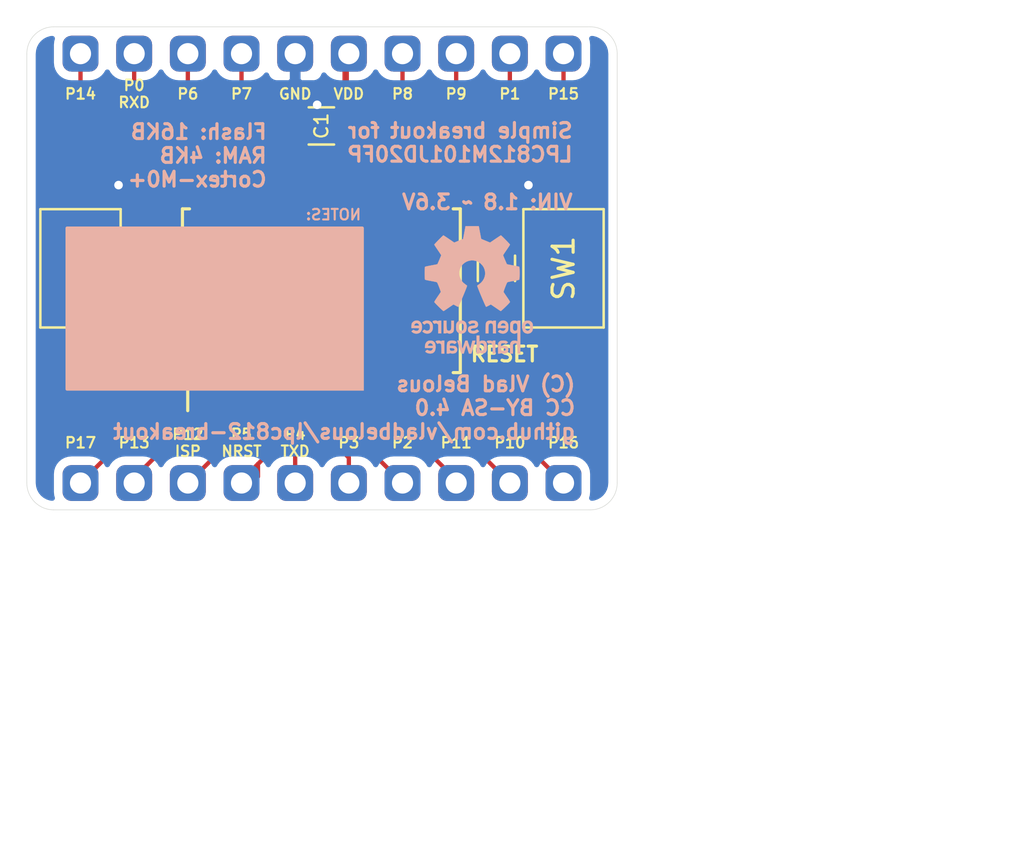
<source format=kicad_pcb>
(kicad_pcb (version 20171130) (host pcbnew "(5.0.1-3-g963ef8bb5)")

  (general
    (thickness 1.6)
    (drawings 39)
    (tracks 106)
    (zones 0)
    (modules 9)
    (nets 21)
  )

  (page USLetter)
  (layers
    (0 F.Cu mixed)
    (31 B.Cu mixed)
    (34 B.Paste user)
    (35 F.Paste user)
    (36 B.SilkS user)
    (37 F.SilkS user)
    (38 B.Mask user)
    (39 F.Mask user)
    (40 Dwgs.User user)
    (41 Cmts.User user)
    (44 Edge.Cuts user)
    (45 Margin user)
    (46 B.CrtYd user hide)
    (47 F.CrtYd user hide)
  )

  (setup
    (last_trace_width 0.2032)
    (user_trace_width 0.3048)
    (user_trace_width 0.508)
    (user_trace_width 0.8128)
    (trace_clearance 0.2032)
    (zone_clearance 0.508)
    (zone_45_only no)
    (trace_min 0.1778)
    (segment_width 0.2)
    (edge_width 0.0254)
    (via_size 0.6096)
    (via_drill 0.3048)
    (via_min_size 0.6096)
    (via_min_drill 0.3048)
    (user_via 0.762 0.4064)
    (user_via 0.9144 0.508)
    (uvia_size 0.3)
    (uvia_drill 0.1)
    (uvias_allowed no)
    (uvia_min_size 0.2)
    (uvia_min_drill 0.1)
    (pcb_text_width 0.3)
    (pcb_text_size 1.5 1.5)
    (mod_edge_width 0.15)
    (mod_text_size 1 1)
    (mod_text_width 0.15)
    (pad_size 1.524 1.524)
    (pad_drill 0.762)
    (pad_to_mask_clearance 0.0254)
    (solder_mask_min_width 0.1016)
    (aux_axis_origin 0 0)
    (visible_elements FFFFFF7F)
    (pcbplotparams
      (layerselection 0x010fc_ffffffff)
      (usegerberextensions false)
      (usegerberattributes false)
      (usegerberadvancedattributes false)
      (creategerberjobfile false)
      (excludeedgelayer true)
      (linewidth 0.076200)
      (plotframeref false)
      (viasonmask false)
      (mode 1)
      (useauxorigin false)
      (hpglpennumber 1)
      (hpglpenspeed 20)
      (hpglpendiameter 15.000000)
      (psnegative false)
      (psa4output false)
      (plotreference true)
      (plotvalue true)
      (plotinvisibletext false)
      (padsonsilk false)
      (subtractmaskfromsilk false)
      (outputformat 1)
      (mirror false)
      (drillshape 1)
      (scaleselection 1)
      (outputdirectory ""))
  )

  (net 0 "")
  (net 1 GND)
  (net 2 VDD)
  (net 3 PIO_16)
  (net 4 PIO_10)
  (net 5 PIO_11)
  (net 6 PIO_2)
  (net 7 PIO_3)
  (net 8 PIO_4.TX)
  (net 9 PIO_5.NRST)
  (net 10 PIO_12.ISP)
  (net 11 PIO_13)
  (net 12 PIO_17)
  (net 13 PIO_15)
  (net 14 PIO_1)
  (net 15 PIO_9)
  (net 16 PIO_8)
  (net 17 PIO_7)
  (net 18 PIO_6)
  (net 19 PIO_0.RX)
  (net 20 PIO_14)

  (net_class Default "This is the default net class."
    (clearance 0.2032)
    (trace_width 0.2032)
    (via_dia 0.6096)
    (via_drill 0.3048)
    (uvia_dia 0.3)
    (uvia_drill 0.1)
    (diff_pair_gap 0.1524)
    (diff_pair_width 0.2032)
    (add_net GND)
    (add_net PIO_0.RX)
    (add_net PIO_1)
    (add_net PIO_10)
    (add_net PIO_11)
    (add_net PIO_12.ISP)
    (add_net PIO_13)
    (add_net PIO_14)
    (add_net PIO_15)
    (add_net PIO_16)
    (add_net PIO_17)
    (add_net PIO_2)
    (add_net PIO_3)
    (add_net PIO_4.TX)
    (add_net PIO_5.NRST)
    (add_net PIO_6)
    (add_net PIO_7)
    (add_net PIO_8)
    (add_net PIO_9)
    (add_net VDD)
  )

  (module local_footprints:Pin_Header_Straight_1x10_Pitch2.54mm_NoSilk (layer F.Cu) (tedit 5C875240) (tstamp 5C87544F)
    (at 127 114.3 90)
    (descr "Through hole straight pin header, 1x10, 2.54mm pitch, single row")
    (tags "Through hole pin header THT 1x10 2.54mm single row")
    (path /5C860437)
    (fp_text reference J1 (at 0 -2.33 90) (layer F.SilkS) hide
      (effects (font (size 1 1) (thickness 0.15)))
    )
    (fp_text value Conn_01x10 (at 0 25.19 90) (layer F.Fab)
      (effects (font (size 1 1) (thickness 0.15)))
    )
    (fp_line (start -0.635 -1.27) (end 1.27 -1.27) (layer F.Fab) (width 0.1))
    (fp_line (start 1.27 -1.27) (end 1.27 24.13) (layer F.Fab) (width 0.1))
    (fp_line (start 1.27 24.13) (end -1.27 24.13) (layer F.Fab) (width 0.1))
    (fp_line (start -1.27 24.13) (end -1.27 -0.635) (layer F.Fab) (width 0.1))
    (fp_line (start -1.27 -0.635) (end -0.635 -1.27) (layer F.Fab) (width 0.1))
    (fp_line (start -1.8 -1.8) (end -1.8 24.65) (layer F.CrtYd) (width 0.05))
    (fp_line (start -1.8 24.65) (end 1.8 24.65) (layer F.CrtYd) (width 0.05))
    (fp_line (start 1.8 24.65) (end 1.8 -1.8) (layer F.CrtYd) (width 0.05))
    (fp_line (start 1.8 -1.8) (end -1.8 -1.8) (layer F.CrtYd) (width 0.05))
    (fp_text user %R (at 0 11.43 180) (layer F.Fab)
      (effects (font (size 1 1) (thickness 0.15)))
    )
    (pad 1 thru_hole roundrect (at 0 0 90) (size 1.7 1.7) (drill 1) (layers *.Cu *.Mask) (roundrect_rratio 0.25)
      (net 12 PIO_17))
    (pad 2 thru_hole roundrect (at 0 2.54 90) (size 1.7 1.7) (drill 1) (layers *.Cu *.Mask) (roundrect_rratio 0.25)
      (net 11 PIO_13))
    (pad 3 thru_hole roundrect (at 0 5.08 90) (size 1.7 1.7) (drill 1) (layers *.Cu *.Mask) (roundrect_rratio 0.25)
      (net 10 PIO_12.ISP))
    (pad 4 thru_hole roundrect (at 0 7.62 90) (size 1.7 1.7) (drill 1) (layers *.Cu *.Mask) (roundrect_rratio 0.25)
      (net 9 PIO_5.NRST))
    (pad 5 thru_hole roundrect (at 0 10.16 90) (size 1.7 1.7) (drill 1) (layers *.Cu *.Mask) (roundrect_rratio 0.25)
      (net 8 PIO_4.TX))
    (pad 6 thru_hole roundrect (at 0 12.7 90) (size 1.7 1.7) (drill 1) (layers *.Cu *.Mask) (roundrect_rratio 0.25)
      (net 7 PIO_3))
    (pad 7 thru_hole roundrect (at 0 15.24 90) (size 1.7 1.7) (drill 1) (layers *.Cu *.Mask) (roundrect_rratio 0.25)
      (net 6 PIO_2))
    (pad 8 thru_hole roundrect (at 0 17.78 90) (size 1.7 1.7) (drill 1) (layers *.Cu *.Mask) (roundrect_rratio 0.25)
      (net 5 PIO_11))
    (pad 9 thru_hole roundrect (at 0 20.32 90) (size 1.7 1.7) (drill 1) (layers *.Cu *.Mask) (roundrect_rratio 0.25)
      (net 4 PIO_10))
    (pad 10 thru_hole roundrect (at 0 22.86 90) (size 1.7 1.7) (drill 1) (layers *.Cu *.Mask) (roundrect_rratio 0.25)
      (net 3 PIO_16))
    (model ${KISYS3DMOD}/Pin_Headers.3dshapes/Pin_Header_Straight_1x10_Pitch2.54mm.wrl
      (at (xyz 0 0 0))
      (scale (xyz 1 1 1))
      (rotate (xyz 0 0 0))
    )
  )

  (module local_footprints:Pin_Header_Straight_1x10_Pitch2.54mm_NoSilk (layer F.Cu) (tedit 5C875240) (tstamp 5C874F9B)
    (at 149.86 93.98 270)
    (descr "Through hole straight pin header, 1x10, 2.54mm pitch, single row")
    (tags "Through hole pin header THT 1x10 2.54mm single row")
    (path /5C860504)
    (fp_text reference J2 (at 0 -2.33 270) (layer F.SilkS) hide
      (effects (font (size 1 1) (thickness 0.15)))
    )
    (fp_text value Conn_01x10 (at 0 25.19 270) (layer F.Fab)
      (effects (font (size 1 1) (thickness 0.15)))
    )
    (fp_line (start -0.635 -1.27) (end 1.27 -1.27) (layer F.Fab) (width 0.1))
    (fp_line (start 1.27 -1.27) (end 1.27 24.13) (layer F.Fab) (width 0.1))
    (fp_line (start 1.27 24.13) (end -1.27 24.13) (layer F.Fab) (width 0.1))
    (fp_line (start -1.27 24.13) (end -1.27 -0.635) (layer F.Fab) (width 0.1))
    (fp_line (start -1.27 -0.635) (end -0.635 -1.27) (layer F.Fab) (width 0.1))
    (fp_line (start -1.8 -1.8) (end -1.8 24.65) (layer F.CrtYd) (width 0.05))
    (fp_line (start -1.8 24.65) (end 1.8 24.65) (layer F.CrtYd) (width 0.05))
    (fp_line (start 1.8 24.65) (end 1.8 -1.8) (layer F.CrtYd) (width 0.05))
    (fp_line (start 1.8 -1.8) (end -1.8 -1.8) (layer F.CrtYd) (width 0.05))
    (fp_text user %R (at 0 11.43) (layer F.Fab)
      (effects (font (size 1 1) (thickness 0.15)))
    )
    (pad 1 thru_hole roundrect (at 0 0 270) (size 1.7 1.7) (drill 1) (layers *.Cu *.Mask) (roundrect_rratio 0.25)
      (net 13 PIO_15))
    (pad 2 thru_hole roundrect (at 0 2.54 270) (size 1.7 1.7) (drill 1) (layers *.Cu *.Mask) (roundrect_rratio 0.25)
      (net 14 PIO_1))
    (pad 3 thru_hole roundrect (at 0 5.08 270) (size 1.7 1.7) (drill 1) (layers *.Cu *.Mask) (roundrect_rratio 0.25)
      (net 15 PIO_9))
    (pad 4 thru_hole roundrect (at 0 7.62 270) (size 1.7 1.7) (drill 1) (layers *.Cu *.Mask) (roundrect_rratio 0.25)
      (net 16 PIO_8))
    (pad 5 thru_hole roundrect (at 0 10.16 270) (size 1.7 1.7) (drill 1) (layers *.Cu *.Mask) (roundrect_rratio 0.25)
      (net 2 VDD))
    (pad 6 thru_hole roundrect (at 0 12.7 270) (size 1.7 1.7) (drill 1) (layers *.Cu *.Mask) (roundrect_rratio 0.25)
      (net 1 GND))
    (pad 7 thru_hole roundrect (at 0 15.24 270) (size 1.7 1.7) (drill 1) (layers *.Cu *.Mask) (roundrect_rratio 0.25)
      (net 17 PIO_7))
    (pad 8 thru_hole roundrect (at 0 17.78 270) (size 1.7 1.7) (drill 1) (layers *.Cu *.Mask) (roundrect_rratio 0.25)
      (net 18 PIO_6))
    (pad 9 thru_hole roundrect (at 0 20.32 270) (size 1.7 1.7) (drill 1) (layers *.Cu *.Mask) (roundrect_rratio 0.25)
      (net 19 PIO_0.RX))
    (pad 10 thru_hole roundrect (at 0 22.86 270) (size 1.7 1.7) (drill 1) (layers *.Cu *.Mask) (roundrect_rratio 0.25)
      (net 20 PIO_14))
    (model ${KISYS3DMOD}/Pin_Headers.3dshapes/Pin_Header_Straight_1x10_Pitch2.54mm.wrl
      (at (xyz 0 0 0))
      (scale (xyz 1 1 1))
      (rotate (xyz 0 0 0))
    )
  )

  (module local_footprints:0805_HS (layer F.Cu) (tedit 5C0C83D5) (tstamp 5C874F63)
    (at 138.4 97.4 180)
    (descr "Resistor SMD 0805, reflow soldering, Vishay (see dcrcw.pdf)")
    (tags "resistor 0805")
    (path /5C8618E5)
    (attr smd)
    (fp_text reference C1 (at 0 0 270) (layer F.SilkS)
      (effects (font (size 0.635 0.635) (thickness 0.1016)))
    )
    (fp_text value 0.1uF (at 0 1.75 180) (layer F.Fab) hide
      (effects (font (size 1 1) (thickness 0.15)))
    )
    (fp_line (start 1.55 0.9) (end -1.55 0.9) (layer F.CrtYd) (width 0.05))
    (fp_line (start 1.55 0.9) (end 1.55 -0.9) (layer F.CrtYd) (width 0.05))
    (fp_line (start -1.55 -0.9) (end -1.55 0.9) (layer F.CrtYd) (width 0.05))
    (fp_line (start -1.55 -0.9) (end 1.55 -0.9) (layer F.CrtYd) (width 0.05))
    (fp_line (start -0.6 -0.88) (end 0.6 -0.88) (layer F.SilkS) (width 0.12))
    (fp_line (start 0.6 0.88) (end -0.6 0.88) (layer F.SilkS) (width 0.12))
    (fp_line (start -1 -0.62) (end 1 -0.62) (layer F.Fab) (width 0.1))
    (fp_line (start 1 -0.62) (end 1 0.62) (layer F.Fab) (width 0.1))
    (fp_line (start 1 0.62) (end -1 0.62) (layer F.Fab) (width 0.1))
    (fp_line (start -1 0.62) (end -1 -0.62) (layer F.Fab) (width 0.1))
    (fp_text user %R (at 0 0 180) (layer F.Fab)
      (effects (font (size 0.5 0.5) (thickness 0.075)))
    )
    (pad 2 smd roundrect (at 1.15 0 180) (size 1.1 1.3) (layers F.Cu F.Paste F.Mask) (roundrect_rratio 0.25)
      (net 1 GND))
    (pad 1 smd roundrect (at -1.15 0 180) (size 1.1 1.3) (layers F.Cu F.Paste F.Mask) (roundrect_rratio 0.25)
      (net 2 VDD))
    (model ${KISYS3DMOD}/Resistors_SMD.3dshapes/R_0805.wrl
      (at (xyz 0 0 0))
      (scale (xyz 1 1 1))
      (rotate (xyz 0 0 0))
    )
  )

  (module local_footprints:SW_SPST_PUSH_6mm_3mm (layer F.Cu) (tedit 5C735BCC) (tstamp 5C875B45)
    (at 149.86 104.14 270)
    (descr http://www.te.com/commerce/DocumentDelivery/DDEController?Action=srchrtrv&DocNm=1437566-3&DocType=Customer+Drawing&DocLang=English)
    (tags "SPST button tactile switch")
    (path /5C86317A)
    (attr smd)
    (fp_text reference SW1 (at 0 0 270) (layer F.SilkS)
      (effects (font (size 1 1) (thickness 0.15)))
    )
    (fp_text value RESET (at 0 3 270) (layer F.Fab)
      (effects (font (size 1 1) (thickness 0.15)))
    )
    (fp_text user %R (at 0 -2.6 270) (layer F.Fab)
      (effects (font (size 1 1) (thickness 0.15)))
    )
    (fp_line (start -1.75 -1) (end 1.75 -1) (layer F.Fab) (width 0.1))
    (fp_line (start 1.75 -1) (end 1.75 1) (layer F.Fab) (width 0.1))
    (fp_line (start 1.75 1) (end -1.75 1) (layer F.Fab) (width 0.1))
    (fp_line (start -1.75 1) (end -1.75 -1) (layer F.Fab) (width 0.1))
    (fp_line (start -2.8 -1.9) (end 2.8 -1.9) (layer F.SilkS) (width 0.12))
    (fp_line (start 2.8 -1.9) (end 2.8 1.9) (layer F.SilkS) (width 0.12))
    (fp_line (start 2.8 1.9) (end -2.8 1.9) (layer F.SilkS) (width 0.12))
    (fp_line (start -2.8 1.9) (end -2.8 -1.9) (layer F.SilkS) (width 0.12))
    (fp_line (start -1.5 0.8) (end 1.5 0.8) (layer F.Fab) (width 0.1))
    (fp_line (start -1.5 -0.8) (end 1.5 -0.8) (layer F.Fab) (width 0.1))
    (fp_line (start 1.5 -0.8) (end 1.5 0.8) (layer F.Fab) (width 0.1))
    (fp_line (start -1.5 -0.8) (end -1.5 0.8) (layer F.Fab) (width 0.1))
    (fp_line (start -5 2) (end 5 2) (layer F.CrtYd) (width 0.05))
    (fp_line (start 5 -2) (end 5 2) (layer F.CrtYd) (width 0.05))
    (fp_line (start -3 1.9) (end 3 1.9) (layer F.Fab) (width 0.1))
    (fp_line (start -3 -1.9) (end 3 -1.9) (layer F.Fab) (width 0.1))
    (fp_line (start -3 -1.9) (end -3 1.9) (layer F.Fab) (width 0.1))
    (fp_line (start 3 -1.9) (end 3 1.9) (layer F.Fab) (width 0.1))
    (fp_line (start -5 -2) (end -5 2) (layer F.CrtYd) (width 0.05))
    (fp_line (start -5 -2) (end 5 -2) (layer F.CrtYd) (width 0.05))
    (pad 1 smd roundrect (at -3.9 0 270) (size 2 1.6) (layers F.Cu F.Paste F.Mask) (roundrect_rratio 0.25)
      (net 1 GND))
    (pad 2 smd roundrect (at 3.9 0 270) (size 2 1.6) (layers F.Cu F.Paste F.Mask) (roundrect_rratio 0.25)
      (net 9 PIO_5.NRST))
    (model ${KISYS3DMOD}/Buttons_Switches_SMD.3dshapes/SW_SPST_FSMSM.wrl
      (at (xyz 0 0 0))
      (scale (xyz 1 1 1))
      (rotate (xyz 0 0 0))
    )
  )

  (module local_footprints:SW_SPST_PUSH_6mm_3mm (layer F.Cu) (tedit 5C735BCC) (tstamp 5C875DA5)
    (at 127 104.14 90)
    (descr http://www.te.com/commerce/DocumentDelivery/DDEController?Action=srchrtrv&DocNm=1437566-3&DocType=Customer+Drawing&DocLang=English)
    (tags "SPST button tactile switch")
    (path /5C862E16)
    (attr smd)
    (fp_text reference SW2 (at 0 0 90) (layer F.SilkS)
      (effects (font (size 1 1) (thickness 0.15)))
    )
    (fp_text value ISP (at 0 3 90) (layer F.Fab)
      (effects (font (size 1 1) (thickness 0.15)))
    )
    (fp_line (start -5 -2) (end 5 -2) (layer F.CrtYd) (width 0.05))
    (fp_line (start -5 -2) (end -5 2) (layer F.CrtYd) (width 0.05))
    (fp_line (start 3 -1.9) (end 3 1.9) (layer F.Fab) (width 0.1))
    (fp_line (start -3 -1.9) (end -3 1.9) (layer F.Fab) (width 0.1))
    (fp_line (start -3 -1.9) (end 3 -1.9) (layer F.Fab) (width 0.1))
    (fp_line (start -3 1.9) (end 3 1.9) (layer F.Fab) (width 0.1))
    (fp_line (start 5 -2) (end 5 2) (layer F.CrtYd) (width 0.05))
    (fp_line (start -5 2) (end 5 2) (layer F.CrtYd) (width 0.05))
    (fp_line (start -1.5 -0.8) (end -1.5 0.8) (layer F.Fab) (width 0.1))
    (fp_line (start 1.5 -0.8) (end 1.5 0.8) (layer F.Fab) (width 0.1))
    (fp_line (start -1.5 -0.8) (end 1.5 -0.8) (layer F.Fab) (width 0.1))
    (fp_line (start -1.5 0.8) (end 1.5 0.8) (layer F.Fab) (width 0.1))
    (fp_line (start -2.8 1.9) (end -2.8 -1.9) (layer F.SilkS) (width 0.12))
    (fp_line (start 2.8 1.9) (end -2.8 1.9) (layer F.SilkS) (width 0.12))
    (fp_line (start 2.8 -1.9) (end 2.8 1.9) (layer F.SilkS) (width 0.12))
    (fp_line (start -2.8 -1.9) (end 2.8 -1.9) (layer F.SilkS) (width 0.12))
    (fp_line (start -1.75 1) (end -1.75 -1) (layer F.Fab) (width 0.1))
    (fp_line (start 1.75 1) (end -1.75 1) (layer F.Fab) (width 0.1))
    (fp_line (start 1.75 -1) (end 1.75 1) (layer F.Fab) (width 0.1))
    (fp_line (start -1.75 -1) (end 1.75 -1) (layer F.Fab) (width 0.1))
    (fp_text user %R (at 0 -2.6 90) (layer F.Fab)
      (effects (font (size 1 1) (thickness 0.15)))
    )
    (pad 2 smd roundrect (at 3.9 0 90) (size 2 1.6) (layers F.Cu F.Paste F.Mask) (roundrect_rratio 0.25)
      (net 1 GND))
    (pad 1 smd roundrect (at -3.9 0 90) (size 2 1.6) (layers F.Cu F.Paste F.Mask) (roundrect_rratio 0.25)
      (net 10 PIO_12.ISP))
    (model ${KISYS3DMOD}/Buttons_Switches_SMD.3dshapes/SW_SPST_FSMSM.wrl
      (at (xyz 0 0 0))
      (scale (xyz 1 1 1))
      (rotate (xyz 0 0 0))
    )
  )

  (module local_footprints:SOIC-20W_7.5x12.8mm_Pitch1.27mm_HS (layer F.Cu) (tedit 5C85F656) (tstamp 5C875782)
    (at 138.4 105.2 90)
    (descr "20-Lead Plastic Small Outline (SO) - Wide, 7.50 mm Body [SOIC] (see Microchip Packaging Specification 00000049BS.pdf)")
    (tags "SOIC 1.27")
    (path /5C8601AF)
    (attr smd)
    (fp_text reference U1 (at 0.1 -0.1 180) (layer F.SilkS)
      (effects (font (size 1 1) (thickness 0.15)))
    )
    (fp_text value LPC812M101JD20 (at 0 7.5 90) (layer F.Fab)
      (effects (font (size 1 1) (thickness 0.15)))
    )
    (fp_line (start -3.875 -6.325) (end -5.675 -6.325) (layer F.SilkS) (width 0.15))
    (fp_line (start -3.875 6.575) (end 3.875 6.575) (layer F.SilkS) (width 0.15))
    (fp_line (start -3.875 -6.575) (end 3.875 -6.575) (layer F.SilkS) (width 0.15))
    (fp_line (start -3.875 6.575) (end -3.875 6.24) (layer F.SilkS) (width 0.15))
    (fp_line (start 3.875 6.575) (end 3.875 6.24) (layer F.SilkS) (width 0.15))
    (fp_line (start 3.875 -6.575) (end 3.875 -6.24) (layer F.SilkS) (width 0.15))
    (fp_line (start -3.875 -6.575) (end -3.875 -6.325) (layer F.SilkS) (width 0.15))
    (fp_line (start -5.95 6.75) (end 5.95 6.75) (layer F.CrtYd) (width 0.05))
    (fp_line (start -5.95 -6.75) (end 5.95 -6.75) (layer F.CrtYd) (width 0.05))
    (fp_line (start 5.95 -6.75) (end 5.95 6.75) (layer F.CrtYd) (width 0.05))
    (fp_line (start -5.95 -6.75) (end -5.95 6.75) (layer F.CrtYd) (width 0.05))
    (fp_line (start -3.75 -5.4) (end -2.75 -6.4) (layer F.Fab) (width 0.15))
    (fp_line (start -3.75 6.4) (end -3.75 -5.4) (layer F.Fab) (width 0.15))
    (fp_line (start 3.75 6.4) (end -3.75 6.4) (layer F.Fab) (width 0.15))
    (fp_line (start 3.75 -6.4) (end 3.75 6.4) (layer F.Fab) (width 0.15))
    (fp_line (start -2.75 -6.4) (end 3.75 -6.4) (layer F.Fab) (width 0.15))
    (fp_text user %R (at 0 0 90) (layer F.Fab)
      (effects (font (size 1 1) (thickness 0.15)))
    )
    (pad 20 smd roundrect (at 4.85 -5.715 90) (size 2.25 0.6) (layers F.Cu F.Paste F.Mask) (roundrect_rratio 0.25)
      (net 20 PIO_14))
    (pad 19 smd roundrect (at 4.85 -4.445 90) (size 2.25 0.6) (layers F.Cu F.Paste F.Mask) (roundrect_rratio 0.25)
      (net 19 PIO_0.RX))
    (pad 18 smd roundrect (at 4.85 -3.175 90) (size 2.25 0.6) (layers F.Cu F.Paste F.Mask) (roundrect_rratio 0.25)
      (net 18 PIO_6))
    (pad 17 smd roundrect (at 4.85 -1.905 90) (size 2.25 0.6) (layers F.Cu F.Paste F.Mask) (roundrect_rratio 0.25)
      (net 17 PIO_7))
    (pad 16 smd roundrect (at 4.85 -0.635 90) (size 2.25 0.6) (layers F.Cu F.Paste F.Mask) (roundrect_rratio 0.25)
      (net 1 GND))
    (pad 15 smd roundrect (at 4.85 0.635 90) (size 2.25 0.6) (layers F.Cu F.Paste F.Mask) (roundrect_rratio 0.25)
      (net 2 VDD))
    (pad 14 smd roundrect (at 4.85 1.905 90) (size 2.25 0.6) (layers F.Cu F.Paste F.Mask) (roundrect_rratio 0.25)
      (net 16 PIO_8))
    (pad 13 smd roundrect (at 4.85 3.175 90) (size 2.25 0.6) (layers F.Cu F.Paste F.Mask) (roundrect_rratio 0.25)
      (net 15 PIO_9))
    (pad 12 smd roundrect (at 4.85 4.445 90) (size 2.25 0.6) (layers F.Cu F.Paste F.Mask) (roundrect_rratio 0.25)
      (net 14 PIO_1))
    (pad 11 smd roundrect (at 4.85 5.715 90) (size 2.25 0.6) (layers F.Cu F.Paste F.Mask) (roundrect_rratio 0.25)
      (net 13 PIO_15))
    (pad 10 smd roundrect (at -4.85 5.715 90) (size 2.25 0.6) (layers F.Cu F.Paste F.Mask) (roundrect_rratio 0.25)
      (net 3 PIO_16))
    (pad 9 smd roundrect (at -4.85 4.445 90) (size 2.25 0.6) (layers F.Cu F.Paste F.Mask) (roundrect_rratio 0.25)
      (net 4 PIO_10))
    (pad 8 smd roundrect (at -4.85 3.175 90) (size 2.25 0.6) (layers F.Cu F.Paste F.Mask) (roundrect_rratio 0.25)
      (net 5 PIO_11))
    (pad 7 smd roundrect (at -4.85 1.905 90) (size 2.25 0.6) (layers F.Cu F.Paste F.Mask) (roundrect_rratio 0.25)
      (net 6 PIO_2))
    (pad 6 smd roundrect (at -4.85 0.635 90) (size 2.25 0.6) (layers F.Cu F.Paste F.Mask) (roundrect_rratio 0.25)
      (net 7 PIO_3))
    (pad 5 smd roundrect (at -4.85 -0.635 90) (size 2.25 0.6) (layers F.Cu F.Paste F.Mask) (roundrect_rratio 0.25)
      (net 8 PIO_4.TX))
    (pad 4 smd roundrect (at -4.85 -1.905 90) (size 2.25 0.6) (layers F.Cu F.Paste F.Mask) (roundrect_rratio 0.25)
      (net 9 PIO_5.NRST))
    (pad 3 smd roundrect (at -4.85 -3.175 90) (size 2.25 0.6) (layers F.Cu F.Paste F.Mask) (roundrect_rratio 0.25)
      (net 10 PIO_12.ISP))
    (pad 2 smd roundrect (at -4.85 -4.445 90) (size 2.25 0.6) (layers F.Cu F.Paste F.Mask) (roundrect_rratio 0.25)
      (net 11 PIO_13))
    (pad 1 smd roundrect (at -4.85 -5.715 90) (size 2.25 0.6) (layers F.Cu F.Paste F.Mask) (roundrect_rratio 0.25)
      (net 12 PIO_17))
    (model ${KISYS3DMOD}/Housings_SOIC.3dshapes/SOIC-20W_7.5x12.8mm_Pitch1.27mm.wrl
      (at (xyz 0 0 0))
      (scale (xyz 1 1 1))
      (rotate (xyz 0 0 0))
    )
  )

  (module local_footprints:0805_HS (layer F.Cu) (tedit 5C0C83D5) (tstamp 5C875482)
    (at 146.685 104.14 270)
    (descr "Resistor SMD 0805, reflow soldering, Vishay (see dcrcw.pdf)")
    (tags "resistor 0805")
    (path /5C863F82)
    (attr smd)
    (fp_text reference R1 (at 0 0) (layer F.SilkS)
      (effects (font (size 0.635 0.635) (thickness 0.1016)))
    )
    (fp_text value R (at 0 1.75 270) (layer F.Fab) hide
      (effects (font (size 1 1) (thickness 0.15)))
    )
    (fp_text user %R (at 0 0 270) (layer F.Fab)
      (effects (font (size 0.5 0.5) (thickness 0.075)))
    )
    (fp_line (start -1 0.62) (end -1 -0.62) (layer F.Fab) (width 0.1))
    (fp_line (start 1 0.62) (end -1 0.62) (layer F.Fab) (width 0.1))
    (fp_line (start 1 -0.62) (end 1 0.62) (layer F.Fab) (width 0.1))
    (fp_line (start -1 -0.62) (end 1 -0.62) (layer F.Fab) (width 0.1))
    (fp_line (start 0.6 0.88) (end -0.6 0.88) (layer F.SilkS) (width 0.12))
    (fp_line (start -0.6 -0.88) (end 0.6 -0.88) (layer F.SilkS) (width 0.12))
    (fp_line (start -1.55 -0.9) (end 1.55 -0.9) (layer F.CrtYd) (width 0.05))
    (fp_line (start -1.55 -0.9) (end -1.55 0.9) (layer F.CrtYd) (width 0.05))
    (fp_line (start 1.55 0.9) (end 1.55 -0.9) (layer F.CrtYd) (width 0.05))
    (fp_line (start 1.55 0.9) (end -1.55 0.9) (layer F.CrtYd) (width 0.05))
    (pad 1 smd roundrect (at -1.15 0 270) (size 1.1 1.3) (layers F.Cu F.Paste F.Mask) (roundrect_rratio 0.25)
      (net 2 VDD))
    (pad 2 smd roundrect (at 1.15 0 270) (size 1.1 1.3) (layers F.Cu F.Paste F.Mask) (roundrect_rratio 0.25)
      (net 9 PIO_5.NRST))
    (model ${KISYS3DMOD}/Resistors_SMD.3dshapes/R_0805.wrl
      (at (xyz 0 0 0))
      (scale (xyz 1 1 1))
      (rotate (xyz 0 0 0))
    )
  )

  (module local_footprints:0805_HS (layer F.Cu) (tedit 5C0C83D5) (tstamp 5C875492)
    (at 130.175 104.14 270)
    (descr "Resistor SMD 0805, reflow soldering, Vishay (see dcrcw.pdf)")
    (tags "resistor 0805")
    (path /5C862B73)
    (attr smd)
    (fp_text reference R2 (at 0 0) (layer F.SilkS)
      (effects (font (size 0.635 0.635) (thickness 0.1016)))
    )
    (fp_text value R (at 0 1.75 270) (layer F.Fab) hide
      (effects (font (size 1 1) (thickness 0.15)))
    )
    (fp_line (start 1.55 0.9) (end -1.55 0.9) (layer F.CrtYd) (width 0.05))
    (fp_line (start 1.55 0.9) (end 1.55 -0.9) (layer F.CrtYd) (width 0.05))
    (fp_line (start -1.55 -0.9) (end -1.55 0.9) (layer F.CrtYd) (width 0.05))
    (fp_line (start -1.55 -0.9) (end 1.55 -0.9) (layer F.CrtYd) (width 0.05))
    (fp_line (start -0.6 -0.88) (end 0.6 -0.88) (layer F.SilkS) (width 0.12))
    (fp_line (start 0.6 0.88) (end -0.6 0.88) (layer F.SilkS) (width 0.12))
    (fp_line (start -1 -0.62) (end 1 -0.62) (layer F.Fab) (width 0.1))
    (fp_line (start 1 -0.62) (end 1 0.62) (layer F.Fab) (width 0.1))
    (fp_line (start 1 0.62) (end -1 0.62) (layer F.Fab) (width 0.1))
    (fp_line (start -1 0.62) (end -1 -0.62) (layer F.Fab) (width 0.1))
    (fp_text user %R (at 0 0 270) (layer F.Fab)
      (effects (font (size 0.5 0.5) (thickness 0.075)))
    )
    (pad 2 smd roundrect (at 1.15 0 270) (size 1.1 1.3) (layers F.Cu F.Paste F.Mask) (roundrect_rratio 0.25)
      (net 10 PIO_12.ISP))
    (pad 1 smd roundrect (at -1.15 0 270) (size 1.1 1.3) (layers F.Cu F.Paste F.Mask) (roundrect_rratio 0.25)
      (net 2 VDD))
    (model ${KISYS3DMOD}/Resistors_SMD.3dshapes/R_0805.wrl
      (at (xyz 0 0 0))
      (scale (xyz 1 1 1))
      (rotate (xyz 0 0 0))
    )
  )

  (module Symbols:OSHW-Logo_5.7x6mm_SilkScreen (layer B.Cu) (tedit 0) (tstamp 5C876874)
    (at 145.542 105.156 180)
    (descr "Open Source Hardware Logo")
    (tags "Logo OSHW")
    (attr virtual)
    (fp_text reference REF*** (at 0 0 180) (layer B.SilkS) hide
      (effects (font (size 1 1) (thickness 0.15)) (justify mirror))
    )
    (fp_text value OSHW-Logo_5.7x6mm_SilkScreen (at 0.75 0 180) (layer B.Fab) hide
      (effects (font (size 1 1) (thickness 0.15)) (justify mirror))
    )
    (fp_poly (pts (xy -1.908759 -1.469184) (xy -1.882247 -1.482282) (xy -1.849553 -1.505106) (xy -1.825725 -1.529996)
      (xy -1.809406 -1.561249) (xy -1.79924 -1.603166) (xy -1.793872 -1.660044) (xy -1.791944 -1.736184)
      (xy -1.791831 -1.768917) (xy -1.792161 -1.840656) (xy -1.793527 -1.891927) (xy -1.7965 -1.927404)
      (xy -1.801649 -1.951763) (xy -1.809543 -1.96968) (xy -1.817757 -1.981902) (xy -1.870187 -2.033905)
      (xy -1.93193 -2.065184) (xy -1.998536 -2.074592) (xy -2.065558 -2.06098) (xy -2.086792 -2.051354)
      (xy -2.137624 -2.024859) (xy -2.137624 -2.440052) (xy -2.100525 -2.420868) (xy -2.051643 -2.406025)
      (xy -1.991561 -2.402222) (xy -1.931564 -2.409243) (xy -1.886256 -2.425013) (xy -1.848675 -2.455047)
      (xy -1.816564 -2.498024) (xy -1.81415 -2.502436) (xy -1.803967 -2.523221) (xy -1.79653 -2.54417)
      (xy -1.791411 -2.569548) (xy -1.788181 -2.603618) (xy -1.786413 -2.650641) (xy -1.785677 -2.714882)
      (xy -1.785544 -2.787176) (xy -1.785544 -3.017822) (xy -1.923861 -3.017822) (xy -1.923861 -2.592533)
      (xy -1.962549 -2.559979) (xy -2.002738 -2.53394) (xy -2.040797 -2.529205) (xy -2.079066 -2.541389)
      (xy -2.099462 -2.55332) (xy -2.114642 -2.570313) (xy -2.125438 -2.595995) (xy -2.132683 -2.633991)
      (xy -2.137208 -2.687926) (xy -2.139844 -2.761425) (xy -2.140772 -2.810347) (xy -2.143911 -3.011535)
      (xy -2.209926 -3.015336) (xy -2.27594 -3.019136) (xy -2.27594 -1.77065) (xy -2.137624 -1.77065)
      (xy -2.134097 -1.840254) (xy -2.122215 -1.888569) (xy -2.10002 -1.918631) (xy -2.065559 -1.933471)
      (xy -2.030742 -1.936436) (xy -1.991329 -1.933028) (xy -1.965171 -1.919617) (xy -1.948814 -1.901896)
      (xy -1.935937 -1.882835) (xy -1.928272 -1.861601) (xy -1.924861 -1.831849) (xy -1.924749 -1.787236)
      (xy -1.925897 -1.74988) (xy -1.928532 -1.693604) (xy -1.932456 -1.656658) (xy -1.939063 -1.633223)
      (xy -1.949749 -1.61748) (xy -1.959833 -1.60838) (xy -2.00197 -1.588537) (xy -2.05184 -1.585332)
      (xy -2.080476 -1.592168) (xy -2.108828 -1.616464) (xy -2.127609 -1.663728) (xy -2.136712 -1.733624)
      (xy -2.137624 -1.77065) (xy -2.27594 -1.77065) (xy -2.27594 -1.458614) (xy -2.206782 -1.458614)
      (xy -2.16526 -1.460256) (xy -2.143838 -1.466087) (xy -2.137626 -1.477461) (xy -2.137624 -1.477798)
      (xy -2.134742 -1.488938) (xy -2.12203 -1.487673) (xy -2.096757 -1.475433) (xy -2.037869 -1.456707)
      (xy -1.971615 -1.454739) (xy -1.908759 -1.469184)) (layer B.SilkS) (width 0.01))
    (fp_poly (pts (xy -1.38421 -2.406555) (xy -1.325055 -2.422339) (xy -1.280023 -2.450948) (xy -1.248246 -2.488419)
      (xy -1.238366 -2.504411) (xy -1.231073 -2.521163) (xy -1.225974 -2.542592) (xy -1.222679 -2.572616)
      (xy -1.220797 -2.615154) (xy -1.219937 -2.674122) (xy -1.219707 -2.75344) (xy -1.219703 -2.774484)
      (xy -1.219703 -3.017822) (xy -1.280059 -3.017822) (xy -1.318557 -3.015126) (xy -1.347023 -3.008295)
      (xy -1.354155 -3.004083) (xy -1.373652 -2.996813) (xy -1.393566 -3.004083) (xy -1.426353 -3.01316)
      (xy -1.473978 -3.016813) (xy -1.526764 -3.015228) (xy -1.575036 -3.008589) (xy -1.603218 -3.000072)
      (xy -1.657753 -2.965063) (xy -1.691835 -2.916479) (xy -1.707157 -2.851882) (xy -1.707299 -2.850223)
      (xy -1.705955 -2.821566) (xy -1.584356 -2.821566) (xy -1.573726 -2.854161) (xy -1.55641 -2.872505)
      (xy -1.521652 -2.886379) (xy -1.475773 -2.891917) (xy -1.428988 -2.889191) (xy -1.391514 -2.878274)
      (xy -1.381015 -2.871269) (xy -1.362668 -2.838904) (xy -1.35802 -2.802111) (xy -1.35802 -2.753763)
      (xy -1.427582 -2.753763) (xy -1.493667 -2.75885) (xy -1.543764 -2.773263) (xy -1.574929 -2.795729)
      (xy -1.584356 -2.821566) (xy -1.705955 -2.821566) (xy -1.703987 -2.779647) (xy -1.68071 -2.723845)
      (xy -1.636948 -2.681647) (xy -1.630899 -2.677808) (xy -1.604907 -2.665309) (xy -1.572735 -2.65774)
      (xy -1.52776 -2.654061) (xy -1.474331 -2.653216) (xy -1.35802 -2.653169) (xy -1.35802 -2.604411)
      (xy -1.362953 -2.566581) (xy -1.375543 -2.541236) (xy -1.377017 -2.539887) (xy -1.405034 -2.5288)
      (xy -1.447326 -2.524503) (xy -1.494064 -2.526615) (xy -1.535418 -2.534756) (xy -1.559957 -2.546965)
      (xy -1.573253 -2.556746) (xy -1.587294 -2.558613) (xy -1.606671 -2.5506) (xy -1.635976 -2.530739)
      (xy -1.679803 -2.497063) (xy -1.683825 -2.493909) (xy -1.681764 -2.482236) (xy -1.664568 -2.462822)
      (xy -1.638433 -2.441248) (xy -1.609552 -2.423096) (xy -1.600478 -2.418809) (xy -1.56738 -2.410256)
      (xy -1.51888 -2.404155) (xy -1.464695 -2.401708) (xy -1.462161 -2.401703) (xy -1.38421 -2.406555)) (layer B.SilkS) (width 0.01))
    (fp_poly (pts (xy -0.993356 -2.40302) (xy -0.974539 -2.40866) (xy -0.968473 -2.421053) (xy -0.968218 -2.426647)
      (xy -0.967129 -2.44223) (xy -0.959632 -2.444676) (xy -0.939381 -2.433993) (xy -0.927351 -2.426694)
      (xy -0.8894 -2.411063) (xy -0.844072 -2.403334) (xy -0.796544 -2.40274) (xy -0.751995 -2.408513)
      (xy -0.715602 -2.419884) (xy -0.692543 -2.436088) (xy -0.687996 -2.456355) (xy -0.690291 -2.461843)
      (xy -0.70702 -2.484626) (xy -0.732963 -2.512647) (xy -0.737655 -2.517177) (xy -0.762383 -2.538005)
      (xy -0.783718 -2.544735) (xy -0.813555 -2.540038) (xy -0.825508 -2.536917) (xy -0.862705 -2.529421)
      (xy -0.888859 -2.532792) (xy -0.910946 -2.544681) (xy -0.931178 -2.560635) (xy -0.946079 -2.5807)
      (xy -0.956434 -2.608702) (xy -0.963029 -2.648467) (xy -0.966649 -2.703823) (xy -0.968078 -2.778594)
      (xy -0.968218 -2.82374) (xy -0.968218 -3.017822) (xy -1.09396 -3.017822) (xy -1.09396 -2.401683)
      (xy -1.031089 -2.401683) (xy -0.993356 -2.40302)) (layer B.SilkS) (width 0.01))
    (fp_poly (pts (xy -0.201188 -3.017822) (xy -0.270346 -3.017822) (xy -0.310488 -3.016645) (xy -0.331394 -3.011772)
      (xy -0.338922 -3.001186) (xy -0.339505 -2.994029) (xy -0.340774 -2.979676) (xy -0.348779 -2.976923)
      (xy -0.369815 -2.985771) (xy -0.386173 -2.994029) (xy -0.448977 -3.013597) (xy -0.517248 -3.014729)
      (xy -0.572752 -3.000135) (xy -0.624438 -2.964877) (xy -0.663838 -2.912835) (xy -0.685413 -2.85145)
      (xy -0.685962 -2.848018) (xy -0.689167 -2.810571) (xy -0.690761 -2.756813) (xy -0.690633 -2.716155)
      (xy -0.553279 -2.716155) (xy -0.550097 -2.770194) (xy -0.542859 -2.814735) (xy -0.53306 -2.839888)
      (xy -0.495989 -2.87426) (xy -0.451974 -2.886582) (xy -0.406584 -2.876618) (xy -0.367797 -2.846895)
      (xy -0.353108 -2.826905) (xy -0.344519 -2.80305) (xy -0.340496 -2.76823) (xy -0.339505 -2.71593)
      (xy -0.341278 -2.664139) (xy -0.345963 -2.618634) (xy -0.352603 -2.588181) (xy -0.35371 -2.585452)
      (xy -0.380491 -2.553) (xy -0.419579 -2.535183) (xy -0.463315 -2.532306) (xy -0.504038 -2.544674)
      (xy -0.534087 -2.572593) (xy -0.537204 -2.578148) (xy -0.546961 -2.612022) (xy -0.552277 -2.660728)
      (xy -0.553279 -2.716155) (xy -0.690633 -2.716155) (xy -0.690568 -2.69554) (xy -0.689664 -2.662563)
      (xy -0.683514 -2.580981) (xy -0.670733 -2.51973) (xy -0.649471 -2.474449) (xy -0.617878 -2.440779)
      (xy -0.587207 -2.421014) (xy -0.544354 -2.40712) (xy -0.491056 -2.402354) (xy -0.43648 -2.406236)
      (xy -0.389792 -2.418282) (xy -0.365124 -2.432693) (xy -0.339505 -2.455878) (xy -0.339505 -2.162773)
      (xy -0.201188 -2.162773) (xy -0.201188 -3.017822)) (layer B.SilkS) (width 0.01))
    (fp_poly (pts (xy 0.281524 -2.404237) (xy 0.331255 -2.407971) (xy 0.461291 -2.797773) (xy 0.481678 -2.728614)
      (xy 0.493946 -2.685874) (xy 0.510085 -2.628115) (xy 0.527512 -2.564625) (xy 0.536726 -2.53057)
      (xy 0.571388 -2.401683) (xy 0.714391 -2.401683) (xy 0.671646 -2.536857) (xy 0.650596 -2.603342)
      (xy 0.625167 -2.683539) (xy 0.59861 -2.767193) (xy 0.574902 -2.841782) (xy 0.520902 -3.011535)
      (xy 0.462598 -3.015328) (xy 0.404295 -3.019122) (xy 0.372679 -2.914734) (xy 0.353182 -2.849889)
      (xy 0.331904 -2.7784) (xy 0.313308 -2.715263) (xy 0.312574 -2.71275) (xy 0.298684 -2.669969)
      (xy 0.286429 -2.640779) (xy 0.277846 -2.629741) (xy 0.276082 -2.631018) (xy 0.269891 -2.64813)
      (xy 0.258128 -2.684787) (xy 0.242225 -2.736378) (xy 0.223614 -2.798294) (xy 0.213543 -2.832352)
      (xy 0.159007 -3.017822) (xy 0.043264 -3.017822) (xy -0.049263 -2.725471) (xy -0.075256 -2.643462)
      (xy -0.098934 -2.568987) (xy -0.11918 -2.505544) (xy -0.134874 -2.456632) (xy -0.144898 -2.425749)
      (xy -0.147945 -2.416726) (xy -0.145533 -2.407487) (xy -0.126592 -2.403441) (xy -0.087177 -2.403846)
      (xy -0.081007 -2.404152) (xy -0.007914 -2.407971) (xy 0.039957 -2.58401) (xy 0.057553 -2.648211)
      (xy 0.073277 -2.704649) (xy 0.085746 -2.748422) (xy 0.093574 -2.77463) (xy 0.09502 -2.778903)
      (xy 0.101014 -2.77399) (xy 0.113101 -2.748532) (xy 0.129893 -2.705997) (xy 0.150003 -2.64985)
      (xy 0.167003 -2.59913) (xy 0.231794 -2.400504) (xy 0.281524 -2.404237)) (layer B.SilkS) (width 0.01))
    (fp_poly (pts (xy 1.038411 -2.405417) (xy 1.091411 -2.41829) (xy 1.106731 -2.42511) (xy 1.136428 -2.442974)
      (xy 1.15922 -2.463093) (xy 1.176083 -2.488962) (xy 1.187998 -2.524073) (xy 1.195942 -2.57192)
      (xy 1.200894 -2.635996) (xy 1.203831 -2.719794) (xy 1.204947 -2.775768) (xy 1.209052 -3.017822)
      (xy 1.138932 -3.017822) (xy 1.096393 -3.016038) (xy 1.074476 -3.009942) (xy 1.068812 -2.999706)
      (xy 1.065821 -2.988637) (xy 1.052451 -2.990754) (xy 1.034233 -2.999629) (xy 0.988624 -3.013233)
      (xy 0.930007 -3.016899) (xy 0.868354 -3.010903) (xy 0.813638 -2.995521) (xy 0.80873 -2.993386)
      (xy 0.758723 -2.958255) (xy 0.725756 -2.909419) (xy 0.710587 -2.852333) (xy 0.711746 -2.831824)
      (xy 0.835508 -2.831824) (xy 0.846413 -2.859425) (xy 0.878745 -2.879204) (xy 0.93091 -2.889819)
      (xy 0.958787 -2.891228) (xy 1.005247 -2.88762) (xy 1.036129 -2.873597) (xy 1.043664 -2.866931)
      (xy 1.064076 -2.830666) (xy 1.068812 -2.797773) (xy 1.068812 -2.753763) (xy 1.007513 -2.753763)
      (xy 0.936256 -2.757395) (xy 0.886276 -2.768818) (xy 0.854696 -2.788824) (xy 0.847626 -2.797743)
      (xy 0.835508 -2.831824) (xy 0.711746 -2.831824) (xy 0.713971 -2.792456) (xy 0.736663 -2.735244)
      (xy 0.767624 -2.69658) (xy 0.786376 -2.679864) (xy 0.804733 -2.668878) (xy 0.828619 -2.66218)
      (xy 0.863957 -2.658326) (xy 0.916669 -2.655873) (xy 0.937577 -2.655168) (xy 1.068812 -2.650879)
      (xy 1.06862 -2.611158) (xy 1.063537 -2.569405) (xy 1.045162 -2.544158) (xy 1.008039 -2.52803)
      (xy 1.007043 -2.527742) (xy 0.95441 -2.5214) (xy 0.902906 -2.529684) (xy 0.86463 -2.549827)
      (xy 0.849272 -2.559773) (xy 0.83273 -2.558397) (xy 0.807275 -2.543987) (xy 0.792328 -2.533817)
      (xy 0.763091 -2.512088) (xy 0.74498 -2.4958) (xy 0.742074 -2.491137) (xy 0.75404 -2.467005)
      (xy 0.789396 -2.438185) (xy 0.804753 -2.428461) (xy 0.848901 -2.411714) (xy 0.908398 -2.402227)
      (xy 0.974487 -2.400095) (xy 1.038411 -2.405417)) (layer B.SilkS) (width 0.01))
    (fp_poly (pts (xy 1.635255 -2.401486) (xy 1.683595 -2.411015) (xy 1.711114 -2.425125) (xy 1.740064 -2.448568)
      (xy 1.698876 -2.500571) (xy 1.673482 -2.532064) (xy 1.656238 -2.547428) (xy 1.639102 -2.549776)
      (xy 1.614027 -2.542217) (xy 1.602257 -2.537941) (xy 1.55427 -2.531631) (xy 1.510324 -2.545156)
      (xy 1.47806 -2.57571) (xy 1.472819 -2.585452) (xy 1.467112 -2.611258) (xy 1.462706 -2.658817)
      (xy 1.459811 -2.724758) (xy 1.458631 -2.80571) (xy 1.458614 -2.817226) (xy 1.458614 -3.017822)
      (xy 1.320297 -3.017822) (xy 1.320297 -2.401683) (xy 1.389456 -2.401683) (xy 1.429333 -2.402725)
      (xy 1.450107 -2.407358) (xy 1.457789 -2.417849) (xy 1.458614 -2.427745) (xy 1.458614 -2.453806)
      (xy 1.491745 -2.427745) (xy 1.529735 -2.409965) (xy 1.58077 -2.401174) (xy 1.635255 -2.401486)) (layer B.SilkS) (width 0.01))
    (fp_poly (pts (xy 2.032581 -2.40497) (xy 2.092685 -2.420597) (xy 2.143021 -2.452848) (xy 2.167393 -2.47694)
      (xy 2.207345 -2.533895) (xy 2.230242 -2.599965) (xy 2.238108 -2.681182) (xy 2.238148 -2.687748)
      (xy 2.238218 -2.753763) (xy 1.858264 -2.753763) (xy 1.866363 -2.788342) (xy 1.880987 -2.819659)
      (xy 1.906581 -2.852291) (xy 1.911935 -2.8575) (xy 1.957943 -2.885694) (xy 2.01041 -2.890475)
      (xy 2.070803 -2.871926) (xy 2.08104 -2.866931) (xy 2.112439 -2.851745) (xy 2.13347 -2.843094)
      (xy 2.137139 -2.842293) (xy 2.149948 -2.850063) (xy 2.174378 -2.869072) (xy 2.186779 -2.87946)
      (xy 2.212476 -2.903321) (xy 2.220915 -2.919077) (xy 2.215058 -2.933571) (xy 2.211928 -2.937534)
      (xy 2.190725 -2.954879) (xy 2.155738 -2.975959) (xy 2.131337 -2.988265) (xy 2.062072 -3.009946)
      (xy 1.985388 -3.016971) (xy 1.912765 -3.008647) (xy 1.892426 -3.002686) (xy 1.829476 -2.968952)
      (xy 1.782815 -2.917045) (xy 1.752173 -2.846459) (xy 1.737282 -2.756692) (xy 1.735647 -2.709753)
      (xy 1.740421 -2.641413) (xy 1.86099 -2.641413) (xy 1.872652 -2.646465) (xy 1.903998 -2.650429)
      (xy 1.949571 -2.652768) (xy 1.980446 -2.653169) (xy 2.035981 -2.652783) (xy 2.071033 -2.650975)
      (xy 2.090262 -2.646773) (xy 2.09833 -2.639203) (xy 2.099901 -2.628218) (xy 2.089121 -2.594381)
      (xy 2.06198 -2.56094) (xy 2.026277 -2.535272) (xy 1.99056 -2.524772) (xy 1.942048 -2.534086)
      (xy 1.900053 -2.561013) (xy 1.870936 -2.599827) (xy 1.86099 -2.641413) (xy 1.740421 -2.641413)
      (xy 1.742599 -2.610236) (xy 1.764055 -2.530949) (xy 1.80047 -2.471263) (xy 1.852297 -2.430549)
      (xy 1.91999 -2.408179) (xy 1.956662 -2.403871) (xy 2.032581 -2.40497)) (layer B.SilkS) (width 0.01))
    (fp_poly (pts (xy -2.538261 -1.465148) (xy -2.472479 -1.494231) (xy -2.42254 -1.542793) (xy -2.388374 -1.610908)
      (xy -2.369907 -1.698651) (xy -2.368583 -1.712351) (xy -2.367546 -1.808939) (xy -2.380993 -1.893602)
      (xy -2.408108 -1.962221) (xy -2.422627 -1.984294) (xy -2.473201 -2.031011) (xy -2.537609 -2.061268)
      (xy -2.609666 -2.073824) (xy -2.683185 -2.067439) (xy -2.739072 -2.047772) (xy -2.787132 -2.014629)
      (xy -2.826412 -1.971175) (xy -2.827092 -1.970158) (xy -2.843044 -1.943338) (xy -2.85341 -1.916368)
      (xy -2.859688 -1.882332) (xy -2.863373 -1.83431) (xy -2.864997 -1.794931) (xy -2.865672 -1.759219)
      (xy -2.739955 -1.759219) (xy -2.738726 -1.79477) (xy -2.734266 -1.842094) (xy -2.726397 -1.872465)
      (xy -2.712207 -1.894072) (xy -2.698917 -1.906694) (xy -2.651802 -1.933122) (xy -2.602505 -1.936653)
      (xy -2.556593 -1.917639) (xy -2.533638 -1.896331) (xy -2.517096 -1.874859) (xy -2.507421 -1.854313)
      (xy -2.503174 -1.827574) (xy -2.50292 -1.787523) (xy -2.504228 -1.750638) (xy -2.507043 -1.697947)
      (xy -2.511505 -1.663772) (xy -2.519548 -1.64148) (xy -2.533103 -1.624442) (xy -2.543845 -1.614703)
      (xy -2.588777 -1.589123) (xy -2.637249 -1.587847) (xy -2.677894 -1.602999) (xy -2.712567 -1.634642)
      (xy -2.733224 -1.68662) (xy -2.739955 -1.759219) (xy -2.865672 -1.759219) (xy -2.866479 -1.716621)
      (xy -2.863948 -1.658056) (xy -2.856362 -1.614007) (xy -2.842681 -1.579248) (xy -2.821865 -1.548551)
      (xy -2.814147 -1.539436) (xy -2.765889 -1.494021) (xy -2.714128 -1.467493) (xy -2.650828 -1.456379)
      (xy -2.619961 -1.455471) (xy -2.538261 -1.465148)) (layer B.SilkS) (width 0.01))
    (fp_poly (pts (xy -1.356699 -1.472614) (xy -1.344168 -1.478514) (xy -1.300799 -1.510283) (xy -1.25979 -1.556646)
      (xy -1.229168 -1.607696) (xy -1.220459 -1.631166) (xy -1.212512 -1.673091) (xy -1.207774 -1.723757)
      (xy -1.207199 -1.744679) (xy -1.207129 -1.810693) (xy -1.587083 -1.810693) (xy -1.578983 -1.845273)
      (xy -1.559104 -1.88617) (xy -1.524347 -1.921514) (xy -1.482998 -1.944282) (xy -1.456649 -1.94901)
      (xy -1.420916 -1.943273) (xy -1.378282 -1.928882) (xy -1.363799 -1.922262) (xy -1.31024 -1.895513)
      (xy -1.264533 -1.930376) (xy -1.238158 -1.953955) (xy -1.224124 -1.973417) (xy -1.223414 -1.979129)
      (xy -1.235951 -1.992973) (xy -1.263428 -2.014012) (xy -1.288366 -2.030425) (xy -1.355664 -2.05993)
      (xy -1.43111 -2.073284) (xy -1.505888 -2.069812) (xy -1.565495 -2.051663) (xy -1.626941 -2.012784)
      (xy -1.670608 -1.961595) (xy -1.697926 -1.895367) (xy -1.710322 -1.811371) (xy -1.711421 -1.772936)
      (xy -1.707022 -1.684861) (xy -1.706482 -1.682299) (xy -1.580582 -1.682299) (xy -1.577115 -1.690558)
      (xy -1.562863 -1.695113) (xy -1.53347 -1.697065) (xy -1.484575 -1.697517) (xy -1.465748 -1.697525)
      (xy -1.408467 -1.696843) (xy -1.372141 -1.694364) (xy -1.352604 -1.689443) (xy -1.34569 -1.681434)
      (xy -1.345445 -1.678862) (xy -1.353336 -1.658423) (xy -1.373085 -1.629789) (xy -1.381575 -1.619763)
      (xy -1.413094 -1.591408) (xy -1.445949 -1.580259) (xy -1.463651 -1.579327) (xy -1.511539 -1.590981)
      (xy -1.551699 -1.622285) (xy -1.577173 -1.667752) (xy -1.577625 -1.669233) (xy -1.580582 -1.682299)
      (xy -1.706482 -1.682299) (xy -1.692392 -1.61551) (xy -1.666038 -1.560025) (xy -1.633807 -1.520639)
      (xy -1.574217 -1.477931) (xy -1.504168 -1.455109) (xy -1.429661 -1.453046) (xy -1.356699 -1.472614)) (layer B.SilkS) (width 0.01))
    (fp_poly (pts (xy 0.014017 -1.456452) (xy 0.061634 -1.465482) (xy 0.111034 -1.48437) (xy 0.116312 -1.486777)
      (xy 0.153774 -1.506476) (xy 0.179717 -1.524781) (xy 0.188103 -1.536508) (xy 0.180117 -1.555632)
      (xy 0.16072 -1.58385) (xy 0.15211 -1.594384) (xy 0.116628 -1.635847) (xy 0.070885 -1.608858)
      (xy 0.02735 -1.590878) (xy -0.02295 -1.581267) (xy -0.071188 -1.58066) (xy -0.108533 -1.589691)
      (xy -0.117495 -1.595327) (xy -0.134563 -1.621171) (xy -0.136637 -1.650941) (xy -0.123866 -1.674197)
      (xy -0.116312 -1.678708) (xy -0.093675 -1.684309) (xy -0.053885 -1.690892) (xy -0.004834 -1.697183)
      (xy 0.004215 -1.69817) (xy 0.082996 -1.711798) (xy 0.140136 -1.734946) (xy 0.17803 -1.769752)
      (xy 0.199079 -1.818354) (xy 0.205635 -1.877718) (xy 0.196577 -1.945198) (xy 0.167164 -1.998188)
      (xy 0.117278 -2.036783) (xy 0.0468 -2.061081) (xy -0.031435 -2.070667) (xy -0.095234 -2.070552)
      (xy -0.146984 -2.061845) (xy -0.182327 -2.049825) (xy -0.226983 -2.02888) (xy -0.268253 -2.004574)
      (xy -0.282921 -1.993876) (xy -0.320643 -1.963084) (xy -0.275148 -1.917049) (xy -0.229653 -1.871013)
      (xy -0.177928 -1.905243) (xy -0.126048 -1.930952) (xy -0.070649 -1.944399) (xy -0.017395 -1.945818)
      (xy 0.028049 -1.935443) (xy 0.060016 -1.913507) (xy 0.070338 -1.894998) (xy 0.068789 -1.865314)
      (xy 0.04314 -1.842615) (xy -0.00654 -1.82694) (xy -0.060969 -1.819695) (xy -0.144736 -1.805873)
      (xy -0.206967 -1.779796) (xy -0.248493 -1.740699) (xy -0.270147 -1.68782) (xy -0.273147 -1.625126)
      (xy -0.258329 -1.559642) (xy -0.224546 -1.510144) (xy -0.171495 -1.476408) (xy -0.098874 -1.458207)
      (xy -0.045072 -1.454639) (xy 0.014017 -1.456452)) (layer B.SilkS) (width 0.01))
    (fp_poly (pts (xy 0.610762 -1.466055) (xy 0.674363 -1.500692) (xy 0.724123 -1.555372) (xy 0.747568 -1.599842)
      (xy 0.757634 -1.639121) (xy 0.764156 -1.695116) (xy 0.766951 -1.759621) (xy 0.765836 -1.824429)
      (xy 0.760626 -1.881334) (xy 0.754541 -1.911727) (xy 0.734014 -1.953306) (xy 0.698463 -1.997468)
      (xy 0.655619 -2.036087) (xy 0.613211 -2.061034) (xy 0.612177 -2.06143) (xy 0.559553 -2.072331)
      (xy 0.497188 -2.072601) (xy 0.437924 -2.062676) (xy 0.41504 -2.054722) (xy 0.356102 -2.0213)
      (xy 0.31389 -1.977511) (xy 0.286156 -1.919538) (xy 0.270651 -1.843565) (xy 0.267143 -1.803771)
      (xy 0.26759 -1.753766) (xy 0.402376 -1.753766) (xy 0.406917 -1.826732) (xy 0.419986 -1.882334)
      (xy 0.440756 -1.917861) (xy 0.455552 -1.92802) (xy 0.493464 -1.935104) (xy 0.538527 -1.933007)
      (xy 0.577487 -1.922812) (xy 0.587704 -1.917204) (xy 0.614659 -1.884538) (xy 0.632451 -1.834545)
      (xy 0.640024 -1.773705) (xy 0.636325 -1.708497) (xy 0.628057 -1.669253) (xy 0.60432 -1.623805)
      (xy 0.566849 -1.595396) (xy 0.52172 -1.585573) (xy 0.475011 -1.595887) (xy 0.439132 -1.621112)
      (xy 0.420277 -1.641925) (xy 0.409272 -1.662439) (xy 0.404026 -1.690203) (xy 0.402449 -1.732762)
      (xy 0.402376 -1.753766) (xy 0.26759 -1.753766) (xy 0.268094 -1.69758) (xy 0.285388 -1.610501)
      (xy 0.319029 -1.54253) (xy 0.369018 -1.493664) (xy 0.435356 -1.463899) (xy 0.449601 -1.460448)
      (xy 0.53521 -1.452345) (xy 0.610762 -1.466055)) (layer B.SilkS) (width 0.01))
    (fp_poly (pts (xy 0.993367 -1.654342) (xy 0.994555 -1.746563) (xy 0.998897 -1.81661) (xy 1.007558 -1.867381)
      (xy 1.021704 -1.901772) (xy 1.0425 -1.922679) (xy 1.07111 -1.933) (xy 1.106535 -1.935636)
      (xy 1.143636 -1.932682) (xy 1.171818 -1.921889) (xy 1.192243 -1.90036) (xy 1.206079 -1.865199)
      (xy 1.214491 -1.81351) (xy 1.218643 -1.742394) (xy 1.219703 -1.654342) (xy 1.219703 -1.458614)
      (xy 1.35802 -1.458614) (xy 1.35802 -2.062179) (xy 1.288862 -2.062179) (xy 1.24717 -2.060489)
      (xy 1.225701 -2.054556) (xy 1.219703 -2.043293) (xy 1.216091 -2.033261) (xy 1.201714 -2.035383)
      (xy 1.172736 -2.04958) (xy 1.106319 -2.07148) (xy 1.035875 -2.069928) (xy 0.968377 -2.046147)
      (xy 0.936233 -2.027362) (xy 0.911715 -2.007022) (xy 0.893804 -1.981573) (xy 0.881479 -1.947458)
      (xy 0.873723 -1.901121) (xy 0.869516 -1.839007) (xy 0.86784 -1.757561) (xy 0.867624 -1.694578)
      (xy 0.867624 -1.458614) (xy 0.993367 -1.458614) (xy 0.993367 -1.654342)) (layer B.SilkS) (width 0.01))
    (fp_poly (pts (xy 2.217226 -1.46388) (xy 2.29008 -1.49483) (xy 2.313027 -1.509895) (xy 2.342354 -1.533048)
      (xy 2.360764 -1.551253) (xy 2.363961 -1.557183) (xy 2.354935 -1.57034) (xy 2.331837 -1.592667)
      (xy 2.313344 -1.60825) (xy 2.262728 -1.648926) (xy 2.22276 -1.615295) (xy 2.191874 -1.593584)
      (xy 2.161759 -1.58609) (xy 2.127292 -1.58792) (xy 2.072561 -1.601528) (xy 2.034886 -1.629772)
      (xy 2.011991 -1.675433) (xy 2.001597 -1.741289) (xy 2.001595 -1.741331) (xy 2.002494 -1.814939)
      (xy 2.016463 -1.868946) (xy 2.044328 -1.905716) (xy 2.063325 -1.918168) (xy 2.113776 -1.933673)
      (xy 2.167663 -1.933683) (xy 2.214546 -1.918638) (xy 2.225644 -1.911287) (xy 2.253476 -1.892511)
      (xy 2.275236 -1.889434) (xy 2.298704 -1.903409) (xy 2.324649 -1.92851) (xy 2.365716 -1.97088)
      (xy 2.320121 -2.008464) (xy 2.249674 -2.050882) (xy 2.170233 -2.071785) (xy 2.087215 -2.070272)
      (xy 2.032694 -2.056411) (xy 1.96897 -2.022135) (xy 1.918005 -1.968212) (xy 1.894851 -1.930149)
      (xy 1.876099 -1.875536) (xy 1.866715 -1.806369) (xy 1.866643 -1.731407) (xy 1.875824 -1.659409)
      (xy 1.894199 -1.599137) (xy 1.897093 -1.592958) (xy 1.939952 -1.532351) (xy 1.997979 -1.488224)
      (xy 2.066591 -1.461493) (xy 2.141201 -1.453073) (xy 2.217226 -1.46388)) (layer B.SilkS) (width 0.01))
    (fp_poly (pts (xy 2.677898 -1.456457) (xy 2.710096 -1.464279) (xy 2.771825 -1.492921) (xy 2.82461 -1.536667)
      (xy 2.861141 -1.589117) (xy 2.86616 -1.600893) (xy 2.873045 -1.63174) (xy 2.877864 -1.677371)
      (xy 2.879505 -1.723492) (xy 2.879505 -1.810693) (xy 2.697178 -1.810693) (xy 2.621979 -1.810978)
      (xy 2.569003 -1.812704) (xy 2.535325 -1.817181) (xy 2.51802 -1.82572) (xy 2.514163 -1.83963)
      (xy 2.520829 -1.860222) (xy 2.53277 -1.884315) (xy 2.56608 -1.924525) (xy 2.612368 -1.944558)
      (xy 2.668944 -1.943905) (xy 2.733031 -1.922101) (xy 2.788417 -1.895193) (xy 2.834375 -1.931532)
      (xy 2.880333 -1.967872) (xy 2.837096 -2.007819) (xy 2.779374 -2.045563) (xy 2.708386 -2.06832)
      (xy 2.632029 -2.074688) (xy 2.558199 -2.063268) (xy 2.546287 -2.059393) (xy 2.481399 -2.025506)
      (xy 2.43313 -1.974986) (xy 2.400465 -1.906325) (xy 2.382385 -1.818014) (xy 2.382175 -1.816121)
      (xy 2.380556 -1.719878) (xy 2.3871 -1.685542) (xy 2.514852 -1.685542) (xy 2.526584 -1.690822)
      (xy 2.558438 -1.694867) (xy 2.605397 -1.697176) (xy 2.635154 -1.697525) (xy 2.690648 -1.697306)
      (xy 2.725346 -1.695916) (xy 2.743601 -1.692251) (xy 2.749766 -1.68521) (xy 2.748195 -1.67369)
      (xy 2.746878 -1.669233) (xy 2.724382 -1.627355) (xy 2.689003 -1.593604) (xy 2.65778 -1.578773)
      (xy 2.616301 -1.579668) (xy 2.574269 -1.598164) (xy 2.539012 -1.628786) (xy 2.517854 -1.666062)
      (xy 2.514852 -1.685542) (xy 2.3871 -1.685542) (xy 2.39669 -1.635229) (xy 2.428698 -1.564191)
      (xy 2.474701 -1.508779) (xy 2.532821 -1.471009) (xy 2.60118 -1.452896) (xy 2.677898 -1.456457)) (layer B.SilkS) (width 0.01))
    (fp_poly (pts (xy -0.754012 -1.469002) (xy -0.722717 -1.48395) (xy -0.692409 -1.505541) (xy -0.669318 -1.530391)
      (xy -0.6525 -1.562087) (xy -0.641006 -1.604214) (xy -0.633891 -1.660358) (xy -0.630207 -1.734106)
      (xy -0.629008 -1.829044) (xy -0.628989 -1.838985) (xy -0.628713 -2.062179) (xy -0.76703 -2.062179)
      (xy -0.76703 -1.856418) (xy -0.767128 -1.780189) (xy -0.767809 -1.724939) (xy -0.769651 -1.686501)
      (xy -0.773233 -1.660706) (xy -0.779132 -1.643384) (xy -0.787927 -1.630368) (xy -0.80018 -1.617507)
      (xy -0.843047 -1.589873) (xy -0.889843 -1.584745) (xy -0.934424 -1.602217) (xy -0.949928 -1.615221)
      (xy -0.96131 -1.627447) (xy -0.969481 -1.64054) (xy -0.974974 -1.658615) (xy -0.97832 -1.685787)
      (xy -0.980051 -1.72617) (xy -0.980697 -1.783879) (xy -0.980792 -1.854132) (xy -0.980792 -2.062179)
      (xy -1.119109 -2.062179) (xy -1.119109 -1.458614) (xy -1.04995 -1.458614) (xy -1.008428 -1.460256)
      (xy -0.987006 -1.466087) (xy -0.980795 -1.477461) (xy -0.980792 -1.477798) (xy -0.97791 -1.488938)
      (xy -0.965199 -1.487674) (xy -0.939926 -1.475434) (xy -0.882605 -1.457424) (xy -0.817037 -1.455421)
      (xy -0.754012 -1.469002)) (layer B.SilkS) (width 0.01))
    (fp_poly (pts (xy 1.79946 -1.45803) (xy 1.842711 -1.471245) (xy 1.870558 -1.487941) (xy 1.879629 -1.501145)
      (xy 1.877132 -1.516797) (xy 1.860931 -1.541385) (xy 1.847232 -1.5588) (xy 1.818992 -1.590283)
      (xy 1.797775 -1.603529) (xy 1.779688 -1.602664) (xy 1.726035 -1.58901) (xy 1.68663 -1.58963)
      (xy 1.654632 -1.605104) (xy 1.64389 -1.614161) (xy 1.609505 -1.646027) (xy 1.609505 -2.062179)
      (xy 1.471188 -2.062179) (xy 1.471188 -1.458614) (xy 1.540347 -1.458614) (xy 1.581869 -1.460256)
      (xy 1.603291 -1.466087) (xy 1.609502 -1.477461) (xy 1.609505 -1.477798) (xy 1.612439 -1.489713)
      (xy 1.625704 -1.488159) (xy 1.644084 -1.479563) (xy 1.682046 -1.463568) (xy 1.712872 -1.453945)
      (xy 1.752536 -1.451478) (xy 1.79946 -1.45803)) (layer B.SilkS) (width 0.01))
    (fp_poly (pts (xy 0.376964 2.709982) (xy 0.433812 2.40843) (xy 0.853338 2.235488) (xy 1.104984 2.406605)
      (xy 1.175458 2.45425) (xy 1.239163 2.49679) (xy 1.293126 2.532285) (xy 1.334373 2.55879)
      (xy 1.359934 2.574364) (xy 1.366895 2.577722) (xy 1.379435 2.569086) (xy 1.406231 2.545208)
      (xy 1.44428 2.509141) (xy 1.490579 2.463933) (xy 1.542123 2.412636) (xy 1.595909 2.358299)
      (xy 1.648935 2.303972) (xy 1.698195 2.252705) (xy 1.740687 2.207549) (xy 1.773407 2.171554)
      (xy 1.793351 2.14777) (xy 1.798119 2.13981) (xy 1.791257 2.125135) (xy 1.77202 2.092986)
      (xy 1.74243 2.046508) (xy 1.70451 1.988844) (xy 1.660282 1.92314) (xy 1.634654 1.885664)
      (xy 1.587941 1.817232) (xy 1.546432 1.75548) (xy 1.51214 1.703481) (xy 1.48708 1.664308)
      (xy 1.473264 1.641035) (xy 1.471188 1.636145) (xy 1.475895 1.622245) (xy 1.488723 1.58985)
      (xy 1.507738 1.543515) (xy 1.531003 1.487794) (xy 1.556584 1.427242) (xy 1.582545 1.366414)
      (xy 1.60695 1.309864) (xy 1.627863 1.262148) (xy 1.643349 1.227819) (xy 1.651472 1.211432)
      (xy 1.651952 1.210788) (xy 1.664707 1.207659) (xy 1.698677 1.200679) (xy 1.75034 1.190533)
      (xy 1.816176 1.177908) (xy 1.892664 1.163491) (xy 1.93729 1.155177) (xy 2.019021 1.139616)
      (xy 2.092843 1.124808) (xy 2.155021 1.111564) (xy 2.201822 1.100695) (xy 2.229509 1.093011)
      (xy 2.235074 1.090573) (xy 2.240526 1.07407) (xy 2.244924 1.0368) (xy 2.248272 0.98312)
      (xy 2.250574 0.917388) (xy 2.251832 0.843963) (xy 2.252048 0.767204) (xy 2.251227 0.691468)
      (xy 2.249371 0.621114) (xy 2.246482 0.5605) (xy 2.242565 0.513984) (xy 2.237622 0.485925)
      (xy 2.234657 0.480084) (xy 2.216934 0.473083) (xy 2.179381 0.463073) (xy 2.126964 0.451231)
      (xy 2.064652 0.438733) (xy 2.0429 0.43469) (xy 1.938024 0.41548) (xy 1.85518 0.400009)
      (xy 1.79163 0.387663) (xy 1.744637 0.377827) (xy 1.711463 0.369886) (xy 1.689371 0.363224)
      (xy 1.675624 0.357227) (xy 1.667484 0.351281) (xy 1.666345 0.350106) (xy 1.654977 0.331174)
      (xy 1.637635 0.294331) (xy 1.61605 0.244087) (xy 1.591954 0.184954) (xy 1.567079 0.121444)
      (xy 1.543157 0.058068) (xy 1.521919 -0.000662) (xy 1.505097 -0.050235) (xy 1.494422 -0.086139)
      (xy 1.491627 -0.103862) (xy 1.49186 -0.104483) (xy 1.501331 -0.11897) (xy 1.522818 -0.150844)
      (xy 1.554063 -0.196789) (xy 1.592807 -0.253485) (xy 1.636793 -0.317617) (xy 1.649319 -0.335842)
      (xy 1.693984 -0.401914) (xy 1.733288 -0.4622) (xy 1.765088 -0.513235) (xy 1.787245 -0.55156)
      (xy 1.797617 -0.573711) (xy 1.798119 -0.576432) (xy 1.789405 -0.590736) (xy 1.765325 -0.619072)
      (xy 1.728976 -0.658396) (xy 1.683453 -0.705661) (xy 1.631852 -0.757823) (xy 1.577267 -0.811835)
      (xy 1.522794 -0.864653) (xy 1.471529 -0.913231) (xy 1.426567 -0.954523) (xy 1.391004 -0.985485)
      (xy 1.367935 -1.00307) (xy 1.361554 -1.005941) (xy 1.346699 -0.999178) (xy 1.316286 -0.980939)
      (xy 1.275268 -0.954297) (xy 1.243709 -0.932852) (xy 1.186525 -0.893503) (xy 1.118806 -0.847171)
      (xy 1.05088 -0.800913) (xy 1.014361 -0.776155) (xy 0.890752 -0.692547) (xy 0.786991 -0.74865)
      (xy 0.73972 -0.773228) (xy 0.699523 -0.792331) (xy 0.672326 -0.803227) (xy 0.665402 -0.804743)
      (xy 0.657077 -0.793549) (xy 0.640654 -0.761917) (xy 0.617357 -0.712765) (xy 0.588414 -0.64901)
      (xy 0.55505 -0.573571) (xy 0.518491 -0.489364) (xy 0.479964 -0.399308) (xy 0.440694 -0.306321)
      (xy 0.401908 -0.21332) (xy 0.36483 -0.123223) (xy 0.330689 -0.038948) (xy 0.300708 0.036587)
      (xy 0.276116 0.100466) (xy 0.258136 0.149769) (xy 0.247997 0.181579) (xy 0.246366 0.192504)
      (xy 0.259291 0.206439) (xy 0.287589 0.22906) (xy 0.325346 0.255667) (xy 0.328515 0.257772)
      (xy 0.4261 0.335886) (xy 0.504786 0.427018) (xy 0.563891 0.528255) (xy 0.602732 0.636682)
      (xy 0.620628 0.749386) (xy 0.616897 0.863452) (xy 0.590857 0.975966) (xy 0.541825 1.084015)
      (xy 0.5274 1.107655) (xy 0.452369 1.203113) (xy 0.36373 1.279768) (xy 0.264549 1.33722)
      (xy 0.157895 1.375071) (xy 0.046836 1.392922) (xy -0.065561 1.390375) (xy -0.176227 1.36703)
      (xy -0.282094 1.32249) (xy -0.380095 1.256355) (xy -0.41041 1.229513) (xy -0.487562 1.145488)
      (xy -0.543782 1.057034) (xy -0.582347 0.957885) (xy -0.603826 0.859697) (xy -0.609128 0.749303)
      (xy -0.591448 0.63836) (xy -0.552581 0.530619) (xy -0.494323 0.429831) (xy -0.418469 0.339744)
      (xy -0.326817 0.264108) (xy -0.314772 0.256136) (xy -0.276611 0.230026) (xy -0.247601 0.207405)
      (xy -0.233732 0.192961) (xy -0.233531 0.192504) (xy -0.236508 0.176879) (xy -0.248311 0.141418)
      (xy -0.267714 0.089038) (xy -0.293488 0.022655) (xy -0.324409 -0.054814) (xy -0.359249 -0.14045)
      (xy -0.396783 -0.231337) (xy -0.435783 -0.324559) (xy -0.475023 -0.417197) (xy -0.513276 -0.506335)
      (xy -0.549317 -0.589055) (xy -0.581917 -0.662441) (xy -0.609852 -0.723575) (xy -0.631895 -0.769541)
      (xy -0.646818 -0.797421) (xy -0.652828 -0.804743) (xy -0.671191 -0.799041) (xy -0.705552 -0.783749)
      (xy -0.749984 -0.761599) (xy -0.774417 -0.74865) (xy -0.878178 -0.692547) (xy -1.001787 -0.776155)
      (xy -1.064886 -0.818987) (xy -1.13397 -0.866122) (xy -1.198707 -0.910503) (xy -1.231134 -0.932852)
      (xy -1.276741 -0.963477) (xy -1.31536 -0.987747) (xy -1.341952 -1.002587) (xy -1.35059 -1.005724)
      (xy -1.363161 -0.997261) (xy -1.390984 -0.973636) (xy -1.431361 -0.937302) (xy -1.481595 -0.890711)
      (xy -1.538988 -0.836317) (xy -1.575286 -0.801392) (xy -1.63879 -0.738996) (xy -1.693673 -0.683188)
      (xy -1.737714 -0.636354) (xy -1.768695 -0.600882) (xy -1.784398 -0.579161) (xy -1.785905 -0.574752)
      (xy -1.778914 -0.557985) (xy -1.759594 -0.524082) (xy -1.730091 -0.476476) (xy -1.692545 -0.418599)
      (xy -1.6491 -0.353884) (xy -1.636745 -0.335842) (xy -1.591727 -0.270267) (xy -1.55134 -0.211228)
      (xy -1.51784 -0.162042) (xy -1.493486 -0.126028) (xy -1.480536 -0.106502) (xy -1.479285 -0.104483)
      (xy -1.481156 -0.088922) (xy -1.491087 -0.054709) (xy -1.507347 -0.006355) (xy -1.528205 0.051629)
      (xy -1.551927 0.11473) (xy -1.576784 0.178437) (xy -1.601042 0.238239) (xy -1.622971 0.289624)
      (xy -1.640838 0.328081) (xy -1.652913 0.349098) (xy -1.653771 0.350106) (xy -1.661154 0.356112)
      (xy -1.673625 0.362052) (xy -1.69392 0.36854) (xy -1.724778 0.376191) (xy -1.768934 0.38562)
      (xy -1.829126 0.397441) (xy -1.908093 0.412271) (xy -2.00857 0.430723) (xy -2.030325 0.43469)
      (xy -2.094802 0.447147) (xy -2.151011 0.459334) (xy -2.193987 0.470074) (xy -2.21876 0.478191)
      (xy -2.222082 0.480084) (xy -2.227556 0.496862) (xy -2.232006 0.534355) (xy -2.235428 0.588206)
      (xy -2.237819 0.654056) (xy -2.239177 0.727547) (xy -2.239499 0.80432) (xy -2.238781 0.880017)
      (xy -2.237021 0.95028) (xy -2.234216 1.01075) (xy -2.230362 1.05707) (xy -2.225457 1.084881)
      (xy -2.2225 1.090573) (xy -2.206037 1.096314) (xy -2.168551 1.105655) (xy -2.113775 1.117785)
      (xy -2.045445 1.131893) (xy -1.967294 1.14717) (xy -1.924716 1.155177) (xy -1.843929 1.170279)
      (xy -1.771887 1.18396) (xy -1.712111 1.195533) (xy -1.668121 1.204313) (xy -1.643439 1.209613)
      (xy -1.639377 1.210788) (xy -1.632511 1.224035) (xy -1.617998 1.255943) (xy -1.597771 1.301953)
      (xy -1.573766 1.357508) (xy -1.547918 1.418047) (xy -1.52216 1.479014) (xy -1.498427 1.535849)
      (xy -1.478654 1.583994) (xy -1.464776 1.61889) (xy -1.458726 1.635979) (xy -1.458614 1.636726)
      (xy -1.465472 1.650207) (xy -1.484698 1.68123) (xy -1.514272 1.726711) (xy -1.552173 1.783568)
      (xy -1.59638 1.848717) (xy -1.622079 1.886138) (xy -1.668907 1.954753) (xy -1.710499 2.017048)
      (xy -1.744825 2.069871) (xy -1.769857 2.110073) (xy -1.783565 2.1345) (xy -1.785544 2.139976)
      (xy -1.777034 2.152722) (xy -1.753507 2.179937) (xy -1.717968 2.218572) (xy -1.673423 2.265577)
      (xy -1.622877 2.317905) (xy -1.569336 2.372505) (xy -1.515805 2.42633) (xy -1.465289 2.47633)
      (xy -1.420794 2.519457) (xy -1.385325 2.552661) (xy -1.361887 2.572894) (xy -1.354046 2.577722)
      (xy -1.34128 2.570933) (xy -1.310744 2.551858) (xy -1.26541 2.522439) (xy -1.208244 2.484619)
      (xy -1.142216 2.440339) (xy -1.09241 2.406605) (xy -0.840764 2.235488) (xy -0.631001 2.321959)
      (xy -0.421237 2.40843) (xy -0.364389 2.709982) (xy -0.30754 3.011534) (xy 0.320115 3.011534)
      (xy 0.376964 2.709982)) (layer B.SilkS) (width 0.01))
  )

  (gr_text "Flash: 16KB\nRAM: 4KB\nCortex-M0+" (at 135.89 98.806) (layer B.SilkS) (tstamp 5C87681A)
    (effects (font (size 0.7 0.7) (thickness 0.15)) (justify left mirror))
  )
  (gr_poly (pts (xy 140.335 102.235) (xy 140.335 109.855) (xy 126.365 109.855) (xy 126.365 102.235)) (layer B.SilkS) (width 0.15))
  (gr_text NOTES: (at 140.335 101.6) (layer B.SilkS) (tstamp 5C876788)
    (effects (font (size 0.5 0.5) (thickness 0.1)) (justify left mirror))
  )
  (gr_text "(C) Vlad Belous\nCC BY-SA 4.0\ngithub.com/vladbelous/lpc812-breakout" (at 150.495 110.744) (layer B.SilkS) (tstamp 5C87677A)
    (effects (font (size 0.7 0.7) (thickness 0.15)) (justify left mirror))
  )
  (gr_text "Simple breakout for\nLPC812M101JD20FP\n\nVIN: 1.8 ~~ 3.6V" (at 150.368 99.314) (layer B.SilkS) (tstamp 5C876985)
    (effects (font (size 0.7 0.7) (thickness 0.15)) (justify left mirror))
  )
  (gr_text ISP (at 129.54 108.204) (layer F.SilkS) (tstamp 5C87674F)
    (effects (font (size 0.7 0.7) (thickness 0.15)))
  )
  (gr_text RESET (at 147.066 108.204) (layer F.SilkS) (tstamp 5C876749)
    (effects (font (size 0.7 0.7) (thickness 0.15)))
  )
  (gr_text P14 (at 127 95.885) (layer F.SilkS) (tstamp 5C876743)
    (effects (font (size 0.5 0.5) (thickness 0.1)))
  )
  (gr_text "P0\nRXD" (at 129.54 95.885) (layer F.SilkS) (tstamp 5C87673F)
    (effects (font (size 0.5 0.5) (thickness 0.1)))
  )
  (gr_text P6 (at 132.08 95.885) (layer F.SilkS) (tstamp 5C87673C)
    (effects (font (size 0.5 0.5) (thickness 0.1)))
  )
  (gr_text P7 (at 134.62 95.885) (layer F.SilkS) (tstamp 5C876739)
    (effects (font (size 0.5 0.5) (thickness 0.1)))
  )
  (gr_text GND (at 137.16 95.885) (layer F.SilkS) (tstamp 5C876736)
    (effects (font (size 0.5 0.5) (thickness 0.1)))
  )
  (gr_text VDD (at 139.7 95.885) (layer F.SilkS) (tstamp 5C876733)
    (effects (font (size 0.5 0.5) (thickness 0.1)))
  )
  (gr_text P8 (at 142.24 95.885) (layer F.SilkS) (tstamp 5C876730)
    (effects (font (size 0.5 0.5) (thickness 0.1)))
  )
  (gr_text P9 (at 144.78 95.885) (layer F.SilkS) (tstamp 5C87672D)
    (effects (font (size 0.5 0.5) (thickness 0.1)))
  )
  (gr_text P1 (at 147.32 95.885) (layer F.SilkS) (tstamp 5C87672A)
    (effects (font (size 0.5 0.5) (thickness 0.1)))
  )
  (gr_text P15 (at 149.86 95.885) (layer F.SilkS) (tstamp 5C876727)
    (effects (font (size 0.5 0.5) (thickness 0.1)))
  )
  (gr_text P16 (at 149.86 112.395) (layer F.SilkS) (tstamp 5C87671F)
    (effects (font (size 0.5 0.5) (thickness 0.1)))
  )
  (gr_text P10 (at 147.32 112.395) (layer F.SilkS) (tstamp 5C87671C)
    (effects (font (size 0.5 0.5) (thickness 0.1)))
  )
  (gr_text P11 (at 144.78 112.395) (layer F.SilkS) (tstamp 5C876719)
    (effects (font (size 0.5 0.5) (thickness 0.1)))
  )
  (gr_text P2 (at 142.24 112.395) (layer F.SilkS) (tstamp 5C8766FB)
    (effects (font (size 0.5 0.5) (thickness 0.1)))
  )
  (gr_text P3 (at 139.7 112.395) (layer F.SilkS) (tstamp 5C8766F8)
    (effects (font (size 0.5 0.5) (thickness 0.1)))
  )
  (gr_text "P4\nTXD" (at 137.16 112.395) (layer F.SilkS) (tstamp 5C8766F3)
    (effects (font (size 0.5 0.5) (thickness 0.1)))
  )
  (gr_text "P5\nNRST" (at 134.62 112.395) (layer F.SilkS) (tstamp 5C8766E0)
    (effects (font (size 0.5 0.5) (thickness 0.1)))
  )
  (gr_text "P12\nISP" (at 132.08 112.395) (layer F.SilkS) (tstamp 5C8766EA)
    (effects (font (size 0.5 0.5) (thickness 0.1)))
  )
  (gr_text P13 (at 129.54 112.395) (layer F.SilkS) (tstamp 5C8766BD)
    (effects (font (size 0.5 0.5) (thickness 0.1)))
  )
  (gr_text P17 (at 127 112.395) (layer F.SilkS)
    (effects (font (size 0.5 0.5) (thickness 0.1)))
  )
  (dimension 27.94 (width 0.3) (layer Dwgs.User)
    (gr_text "1.1000 in" (at 138.43 132.91) (layer Dwgs.User)
      (effects (font (size 1.5 1.5) (thickness 0.3)))
    )
    (feature1 (pts (xy 152.4 129.54) (xy 152.4 131.396421)))
    (feature2 (pts (xy 124.46 129.54) (xy 124.46 131.396421)))
    (crossbar (pts (xy 124.46 130.81) (xy 152.4 130.81)))
    (arrow1a (pts (xy 152.4 130.81) (xy 151.273496 131.396421)))
    (arrow1b (pts (xy 152.4 130.81) (xy 151.273496 130.223579)))
    (arrow2a (pts (xy 124.46 130.81) (xy 125.586504 131.396421)))
    (arrow2b (pts (xy 124.46 130.81) (xy 125.586504 130.223579)))
  )
  (dimension 27.94 (width 0.3) (layer Dwgs.User)
    (gr_text "27.940 mm" (at 138.43 126.56) (layer Dwgs.User)
      (effects (font (size 1.5 1.5) (thickness 0.3)))
    )
    (feature1 (pts (xy 152.4 123.19) (xy 152.4 125.046421)))
    (feature2 (pts (xy 124.46 123.19) (xy 124.46 125.046421)))
    (crossbar (pts (xy 124.46 124.46) (xy 152.4 124.46)))
    (arrow1a (pts (xy 152.4 124.46) (xy 151.273496 125.046421)))
    (arrow1b (pts (xy 152.4 124.46) (xy 151.273496 123.873579)))
    (arrow2a (pts (xy 124.46 124.46) (xy 125.586504 125.046421)))
    (arrow2b (pts (xy 124.46 124.46) (xy 125.586504 123.873579)))
  )
  (dimension 22.86 (width 0.3) (layer Dwgs.User)
    (gr_text "0.9000 in" (at 169.74 104.14 270) (layer Dwgs.User)
      (effects (font (size 1.5 1.5) (thickness 0.3)))
    )
    (feature1 (pts (xy 166.37 115.57) (xy 168.226421 115.57)))
    (feature2 (pts (xy 166.37 92.71) (xy 168.226421 92.71)))
    (crossbar (pts (xy 167.64 92.71) (xy 167.64 115.57)))
    (arrow1a (pts (xy 167.64 115.57) (xy 167.053579 114.443496)))
    (arrow1b (pts (xy 167.64 115.57) (xy 168.226421 114.443496)))
    (arrow2a (pts (xy 167.64 92.71) (xy 167.053579 93.836504)))
    (arrow2b (pts (xy 167.64 92.71) (xy 168.226421 93.836504)))
  )
  (dimension 22.86 (width 0.3) (layer Dwgs.User)
    (gr_text "22.860 mm" (at 163.39 104.14 270) (layer Dwgs.User)
      (effects (font (size 1.5 1.5) (thickness 0.3)))
    )
    (feature1 (pts (xy 160.02 115.57) (xy 161.876421 115.57)))
    (feature2 (pts (xy 160.02 92.71) (xy 161.876421 92.71)))
    (crossbar (pts (xy 161.29 92.71) (xy 161.29 115.57)))
    (arrow1a (pts (xy 161.29 115.57) (xy 160.703579 114.443496)))
    (arrow1b (pts (xy 161.29 115.57) (xy 161.876421 114.443496)))
    (arrow2a (pts (xy 161.29 92.71) (xy 160.703579 93.836504)))
    (arrow2b (pts (xy 161.29 92.71) (xy 161.876421 93.836504)))
  )
  (gr_line (start 124.46 93.98) (end 124.46 114.3) (layer Edge.Cuts) (width 0.0254))
  (gr_line (start 151.13 92.71) (end 125.73 92.71) (layer Edge.Cuts) (width 0.0254))
  (gr_line (start 152.4 114.3) (end 152.4 93.98) (layer Edge.Cuts) (width 0.0254))
  (gr_line (start 125.73 115.57) (end 151.13 115.57) (layer Edge.Cuts) (width 0.0254))
  (gr_arc (start 125.73 114.3) (end 124.46 114.3) (angle -90) (layer Edge.Cuts) (width 0.0254))
  (gr_arc (start 151.13 114.3) (end 151.13 115.57) (angle -90) (layer Edge.Cuts) (width 0.0254))
  (gr_arc (start 151.13 93.98) (end 152.4 93.98) (angle -90) (layer Edge.Cuts) (width 0.0254))
  (gr_arc (start 125.73 93.98) (end 125.73 92.71) (angle -90) (layer Edge.Cuts) (width 0.0254))

  (segment (start 137.4 98.6) (end 137.4 97.55) (width 0.3048) (layer F.Cu) (net 1))
  (segment (start 137.4 97.55) (end 137.25 97.4) (width 0.3048) (layer F.Cu) (net 1))
  (segment (start 137.765 98.965) (end 137.4 98.6) (width 0.3048) (layer F.Cu) (net 1))
  (segment (start 137.765 100.35) (end 137.765 98.965) (width 0.3048) (layer F.Cu) (net 1))
  (segment (start 137.25 94.07) (end 137.16 93.98) (width 0.3048) (layer F.Cu) (net 1))
  (segment (start 137.25 97.4) (end 137.25 94.07) (width 0.3048) (layer F.Cu) (net 1))
  (segment (start 137.25 97.35) (end 138.2 96.4) (width 0.3048) (layer F.Cu) (net 1))
  (via (at 138.2 96.4) (size 0.762) (drill 0.4064) (layers F.Cu B.Cu) (net 1))
  (segment (start 137.25 97.4) (end 137.25 97.35) (width 0.3048) (layer F.Cu) (net 1))
  (via (at 128.8 100.2) (size 0.762) (drill 0.4064) (layers F.Cu B.Cu) (net 1))
  (segment (start 128.76 100.24) (end 128.8 100.2) (width 0.2032) (layer F.Cu) (net 1))
  (segment (start 127 100.24) (end 128.76 100.24) (width 0.2032) (layer F.Cu) (net 1))
  (via (at 148.19999 100.2) (size 0.762) (drill 0.4064) (layers F.Cu B.Cu) (net 1))
  (segment (start 149.86 100.24) (end 148.23999 100.24) (width 0.2032) (layer F.Cu) (net 1))
  (segment (start 148.23999 100.24) (end 148.19999 100.2) (width 0.2032) (layer F.Cu) (net 1))
  (segment (start 138.83 102.58) (end 139.23 102.58) (width 0.2032) (layer F.Cu) (net 2) (tstamp 5C87578A))
  (segment (start 130.175 102.99) (end 138.41 102.99) (width 0.2032) (layer F.Cu) (net 2))
  (segment (start 139.035 102.365) (end 139.035 100.35) (width 0.2032) (layer F.Cu) (net 2))
  (segment (start 138.41 102.99) (end 139.035 102.365) (width 0.2032) (layer F.Cu) (net 2))
  (segment (start 139.66 102.99) (end 139.035 102.365) (width 0.2032) (layer F.Cu) (net 2))
  (segment (start 146.685 102.99) (end 139.66 102.99) (width 0.2032) (layer F.Cu) (net 2))
  (segment (start 139.4 97.55) (end 139.55 97.4) (width 0.3048) (layer F.Cu) (net 2))
  (segment (start 139.4 98.6) (end 139.4 97.55) (width 0.3048) (layer F.Cu) (net 2))
  (segment (start 139.035 98.965) (end 139.4 98.6) (width 0.3048) (layer F.Cu) (net 2))
  (segment (start 139.035 100.35) (end 139.035 98.965) (width 0.3048) (layer F.Cu) (net 2))
  (segment (start 139.55 94.13) (end 139.7 93.98) (width 0.3048) (layer F.Cu) (net 2))
  (segment (start 139.55 97.4) (end 139.55 94.13) (width 0.3048) (layer F.Cu) (net 2))
  (segment (start 145.61 110.05) (end 149.86 114.3) (width 0.2032) (layer F.Cu) (net 3))
  (segment (start 144.115 110.05) (end 145.61 110.05) (width 0.2032) (layer F.Cu) (net 3))
  (segment (start 142.845 110.05) (end 142.845 111.645) (width 0.2032) (layer F.Cu) (net 4))
  (segment (start 142.845 111.645) (end 143.2 112) (width 0.2032) (layer F.Cu) (net 4))
  (segment (start 145.02 112) (end 147.32 114.3) (width 0.2032) (layer F.Cu) (net 4))
  (segment (start 143.2 112) (end 145.02 112) (width 0.2032) (layer F.Cu) (net 4))
  (segment (start 142.4 112.6) (end 143.22525 112.6) (width 0.2032) (layer F.Cu) (net 5))
  (segment (start 144.78 114.15475) (end 144.78 114.3) (width 0.2032) (layer F.Cu) (net 5))
  (segment (start 141.575 111.775) (end 142.4 112.6) (width 0.2032) (layer F.Cu) (net 5))
  (segment (start 143.22525 112.6) (end 144.78 114.15475) (width 0.2032) (layer F.Cu) (net 5))
  (segment (start 141.575 110.05) (end 141.575 111.775) (width 0.2032) (layer F.Cu) (net 5))
  (segment (start 140.305 112.365) (end 142.24 114.3) (width 0.2032) (layer F.Cu) (net 6))
  (segment (start 140.305 110.05) (end 140.305 112.365) (width 0.2032) (layer F.Cu) (net 6))
  (segment (start 139.035 112.435) (end 139.035 110.05) (width 0.2032) (layer F.Cu) (net 7))
  (segment (start 139.7 113.1) (end 139.035 112.435) (width 0.2032) (layer F.Cu) (net 7))
  (segment (start 139.7 114.3) (end 139.7 113.1) (width 0.2032) (layer F.Cu) (net 7))
  (segment (start 137.16 114.3) (end 137.16 112.84) (width 0.2032) (layer F.Cu) (net 8))
  (segment (start 137.765 112.235) (end 137.765 110.05) (width 0.2032) (layer F.Cu) (net 8))
  (segment (start 137.16 112.84) (end 137.765 112.235) (width 0.2032) (layer F.Cu) (net 8))
  (segment (start 136.495 112.305) (end 136.495 110.05) (width 0.2032) (layer F.Cu) (net 9))
  (segment (start 134.62 114.3) (end 134.62 114.18) (width 0.2032) (layer F.Cu) (net 9))
  (segment (start 135.4 113.4) (end 135.4 114) (width 0.2032) (layer F.Cu) (net 9))
  (segment (start 134.62 114.18) (end 135.4 113.4) (width 0.2032) (layer F.Cu) (net 9))
  (segment (start 135.4 113.4) (end 136.495 112.305) (width 0.2032) (layer F.Cu) (net 9))
  (segment (start 149.86 108.04) (end 147.64 108.04) (width 0.2032) (layer F.Cu) (net 9))
  (segment (start 147.64 108.04) (end 146.685 107.085) (width 0.2032) (layer F.Cu) (net 9))
  (segment (start 136.495 108.305) (end 136.495 110.05) (width 0.2032) (layer F.Cu) (net 9))
  (segment (start 146.685 107.085) (end 146.685 105.29) (width 0.2032) (layer F.Cu) (net 9))
  (segment (start 139.51 105.29) (end 136.495 108.305) (width 0.2032) (layer F.Cu) (net 9))
  (segment (start 146.685 105.29) (end 139.51 105.29) (width 0.2032) (layer F.Cu) (net 9))
  (segment (start 134.6 112.4) (end 135.225 111.775) (width 0.2032) (layer F.Cu) (net 10))
  (segment (start 134 112.4) (end 134.6 112.4) (width 0.2032) (layer F.Cu) (net 10))
  (segment (start 135.225 111.775) (end 135.225 110.05) (width 0.2032) (layer F.Cu) (net 10))
  (segment (start 132.1 114.3) (end 134 112.4) (width 0.2032) (layer F.Cu) (net 10))
  (segment (start 132.08 114.3) (end 132.1 114.3) (width 0.2032) (layer F.Cu) (net 10))
  (segment (start 127 108.04) (end 129.16 108.04) (width 0.2032) (layer F.Cu) (net 10))
  (segment (start 129.16 108.04) (end 130.175 107.025) (width 0.2032) (layer F.Cu) (net 10))
  (segment (start 135.225 108.225) (end 135.225 110.05) (width 0.2032) (layer F.Cu) (net 10))
  (segment (start 130.175 107.025) (end 130.175 105.29) (width 0.2032) (layer F.Cu) (net 10))
  (segment (start 132.29 105.29) (end 135.225 108.225) (width 0.2032) (layer F.Cu) (net 10))
  (segment (start 130.175 105.29) (end 132.29 105.29) (width 0.2032) (layer F.Cu) (net 10))
  (segment (start 132.4 112.6) (end 133.4 111.6) (width 0.2032) (layer F.Cu) (net 11))
  (segment (start 131 112.6) (end 132.4 112.6) (width 0.2032) (layer F.Cu) (net 11))
  (segment (start 129.54 114.06) (end 131 112.6) (width 0.2032) (layer F.Cu) (net 11))
  (segment (start 129.54 114.3) (end 129.54 114.06) (width 0.2032) (layer F.Cu) (net 11))
  (segment (start 133.6 111.4) (end 133.6 111.2) (width 0.2032) (layer F.Cu) (net 11))
  (segment (start 133.6 111.2) (end 134 110.8) (width 0.2032) (layer F.Cu) (net 11))
  (segment (start 133.4 111.6) (end 133.6 111.4) (width 0.2032) (layer F.Cu) (net 11))
  (segment (start 133.6 111.4) (end 134 111) (width 0.2032) (layer F.Cu) (net 11))
  (segment (start 131.25 110.05) (end 127 114.3) (width 0.2032) (layer F.Cu) (net 12))
  (segment (start 132.685 110.05) (end 131.25 110.05) (width 0.2032) (layer F.Cu) (net 12))
  (segment (start 145.25 100.35) (end 149.86 95.74) (width 0.2032) (layer F.Cu) (net 13))
  (segment (start 149.86 95.74) (end 149.86 93.98) (width 0.2032) (layer F.Cu) (net 13))
  (segment (start 144.115 100.35) (end 145.25 100.35) (width 0.2032) (layer F.Cu) (net 13))
  (segment (start 142.845 100.35) (end 142.845 98.755) (width 0.2032) (layer F.Cu) (net 14))
  (segment (start 142.845 98.755) (end 145 96.6) (width 0.2032) (layer F.Cu) (net 14))
  (segment (start 145 96.6) (end 146.2 96.6) (width 0.2032) (layer F.Cu) (net 14))
  (segment (start 147.32 95.48) (end 147.32 93.98) (width 0.2032) (layer F.Cu) (net 14))
  (segment (start 146.2 96.6) (end 147.32 95.48) (width 0.2032) (layer F.Cu) (net 14))
  (segment (start 141.575 100.35) (end 141.575 98.825) (width 0.2032) (layer F.Cu) (net 15))
  (segment (start 144.78 95.62) (end 144.78 93.98) (width 0.2032) (layer F.Cu) (net 15))
  (segment (start 141.575 98.825) (end 144.78 95.62) (width 0.2032) (layer F.Cu) (net 15))
  (segment (start 140.305 100.35) (end 140.305 98.895) (width 0.2032) (layer F.Cu) (net 16))
  (segment (start 142.24 96.96) (end 142.24 93.98) (width 0.2032) (layer F.Cu) (net 16))
  (segment (start 140.305 98.895) (end 142.24 96.96) (width 0.2032) (layer F.Cu) (net 16))
  (segment (start 136.495 100.35) (end 136.495 98.895) (width 0.2032) (layer F.Cu) (net 17))
  (segment (start 134.62 97.02) (end 134.62 93.98) (width 0.2032) (layer F.Cu) (net 17))
  (segment (start 136.495 98.895) (end 134.62 97.02) (width 0.2032) (layer F.Cu) (net 17))
  (segment (start 135.225 98.825) (end 132.08 95.68) (width 0.2032) (layer F.Cu) (net 18))
  (segment (start 132.08 95.68) (end 132.08 93.98) (width 0.2032) (layer F.Cu) (net 18))
  (segment (start 135.225 100.35) (end 135.225 98.825) (width 0.2032) (layer F.Cu) (net 18))
  (segment (start 129.54 95.34) (end 129.54 93.98) (width 0.2032) (layer F.Cu) (net 19))
  (segment (start 130.8 96.6) (end 129.54 95.34) (width 0.2032) (layer F.Cu) (net 19))
  (segment (start 131.8 96.6) (end 130.8 96.6) (width 0.2032) (layer F.Cu) (net 19))
  (segment (start 133.955 98.755) (end 131.8 96.6) (width 0.2032) (layer F.Cu) (net 19))
  (segment (start 133.955 100.35) (end 133.955 98.755) (width 0.2032) (layer F.Cu) (net 19))
  (segment (start 132.685 100.35) (end 131.75 100.35) (width 0.2032) (layer F.Cu) (net 20))
  (segment (start 127 95.6) (end 127 93.98) (width 0.2032) (layer F.Cu) (net 20))
  (segment (start 131.75 100.35) (end 127 95.6) (width 0.2032) (layer F.Cu) (net 20))

  (zone (net 1) (net_name GND) (layer B.Cu) (tstamp 0) (hatch edge 0.508)
    (connect_pads (clearance 0.4064))
    (min_thickness 0.254)
    (fill yes (arc_segments 32) (thermal_gap 0.4064) (thermal_bridge_width 0.508))
    (polygon
      (pts
        (xy 123.19 91.44) (xy 153.67 91.44) (xy 153.67 116.84) (xy 123.19 116.84)
      )
    )
    (filled_polygon
      (pts
        (xy 125.632485 93.367522) (xy 125.61402 93.555) (xy 125.61402 94.405) (xy 125.632485 94.592478) (xy 125.68717 94.772751)
        (xy 125.775974 94.938892) (xy 125.895485 95.084515) (xy 126.041108 95.204026) (xy 126.207249 95.29283) (xy 126.387522 95.347515)
        (xy 126.575 95.36598) (xy 127.425 95.36598) (xy 127.612478 95.347515) (xy 127.792751 95.29283) (xy 127.958892 95.204026)
        (xy 128.104515 95.084515) (xy 128.224026 94.938892) (xy 128.27 94.85288) (xy 128.315974 94.938892) (xy 128.435485 95.084515)
        (xy 128.581108 95.204026) (xy 128.747249 95.29283) (xy 128.927522 95.347515) (xy 129.115 95.36598) (xy 129.965 95.36598)
        (xy 130.152478 95.347515) (xy 130.332751 95.29283) (xy 130.498892 95.204026) (xy 130.644515 95.084515) (xy 130.764026 94.938892)
        (xy 130.81 94.85288) (xy 130.855974 94.938892) (xy 130.975485 95.084515) (xy 131.121108 95.204026) (xy 131.287249 95.29283)
        (xy 131.467522 95.347515) (xy 131.655 95.36598) (xy 132.505 95.36598) (xy 132.692478 95.347515) (xy 132.872751 95.29283)
        (xy 133.038892 95.204026) (xy 133.184515 95.084515) (xy 133.304026 94.938892) (xy 133.35 94.85288) (xy 133.395974 94.938892)
        (xy 133.515485 95.084515) (xy 133.661108 95.204026) (xy 133.827249 95.29283) (xy 134.007522 95.347515) (xy 134.195 95.36598)
        (xy 135.045 95.36598) (xy 135.232478 95.347515) (xy 135.412751 95.29283) (xy 135.578892 95.204026) (xy 135.724515 95.084515)
        (xy 135.799985 94.992556) (xy 135.837307 95.082659) (xy 135.895681 95.170022) (xy 135.969977 95.244319) (xy 136.05734 95.302693)
        (xy 136.154413 95.342902) (xy 136.257464 95.3634) (xy 136.89965 95.3634) (xy 137.033 95.23005) (xy 137.033 94.107)
        (xy 137.013 94.107) (xy 137.013 93.853) (xy 137.033 93.853) (xy 137.033 93.833) (xy 137.287 93.833)
        (xy 137.287 93.853) (xy 137.307 93.853) (xy 137.307 94.107) (xy 137.287 94.107) (xy 137.287 95.23005)
        (xy 137.42035 95.3634) (xy 138.062536 95.3634) (xy 138.165587 95.342902) (xy 138.26266 95.302693) (xy 138.350023 95.244319)
        (xy 138.424319 95.170022) (xy 138.482693 95.082659) (xy 138.520015 94.992556) (xy 138.595485 95.084515) (xy 138.741108 95.204026)
        (xy 138.907249 95.29283) (xy 139.087522 95.347515) (xy 139.275 95.36598) (xy 140.125 95.36598) (xy 140.312478 95.347515)
        (xy 140.492751 95.29283) (xy 140.658892 95.204026) (xy 140.804515 95.084515) (xy 140.924026 94.938892) (xy 140.97 94.85288)
        (xy 141.015974 94.938892) (xy 141.135485 95.084515) (xy 141.281108 95.204026) (xy 141.447249 95.29283) (xy 141.627522 95.347515)
        (xy 141.815 95.36598) (xy 142.665 95.36598) (xy 142.852478 95.347515) (xy 143.032751 95.29283) (xy 143.198892 95.204026)
        (xy 143.344515 95.084515) (xy 143.464026 94.938892) (xy 143.51 94.85288) (xy 143.555974 94.938892) (xy 143.675485 95.084515)
        (xy 143.821108 95.204026) (xy 143.987249 95.29283) (xy 144.167522 95.347515) (xy 144.355 95.36598) (xy 145.205 95.36598)
        (xy 145.392478 95.347515) (xy 145.572751 95.29283) (xy 145.738892 95.204026) (xy 145.884515 95.084515) (xy 146.004026 94.938892)
        (xy 146.05 94.85288) (xy 146.095974 94.938892) (xy 146.215485 95.084515) (xy 146.361108 95.204026) (xy 146.527249 95.29283)
        (xy 146.707522 95.347515) (xy 146.895 95.36598) (xy 147.745 95.36598) (xy 147.932478 95.347515) (xy 148.112751 95.29283)
        (xy 148.278892 95.204026) (xy 148.424515 95.084515) (xy 148.544026 94.938892) (xy 148.59 94.85288) (xy 148.635974 94.938892)
        (xy 148.755485 95.084515) (xy 148.901108 95.204026) (xy 149.067249 95.29283) (xy 149.247522 95.347515) (xy 149.435 95.36598)
        (xy 150.285 95.36598) (xy 150.472478 95.347515) (xy 150.652751 95.29283) (xy 150.818892 95.204026) (xy 150.964515 95.084515)
        (xy 151.084026 94.938892) (xy 151.17283 94.772751) (xy 151.227515 94.592478) (xy 151.24598 94.405) (xy 151.24598 93.555)
        (xy 151.227515 93.367522) (xy 151.196488 93.265238) (xy 151.270097 93.272456) (xy 151.404861 93.313144) (xy 151.529152 93.37923)
        (xy 151.638237 93.468198) (xy 151.72797 93.576666) (xy 151.794924 93.700496) (xy 151.836549 93.834964) (xy 151.853901 94.000054)
        (xy 151.8539 114.273288) (xy 151.837544 114.440097) (xy 151.796856 114.574862) (xy 151.730771 114.699151) (xy 151.641802 114.808237)
        (xy 151.533333 114.897971) (xy 151.409508 114.964923) (xy 151.275037 115.006549) (xy 151.196474 115.014806) (xy 151.227515 114.912478)
        (xy 151.24598 114.725) (xy 151.24598 113.875) (xy 151.227515 113.687522) (xy 151.17283 113.507249) (xy 151.084026 113.341108)
        (xy 150.964515 113.195485) (xy 150.818892 113.075974) (xy 150.652751 112.98717) (xy 150.472478 112.932485) (xy 150.285 112.91402)
        (xy 149.435 112.91402) (xy 149.247522 112.932485) (xy 149.067249 112.98717) (xy 148.901108 113.075974) (xy 148.755485 113.195485)
        (xy 148.635974 113.341108) (xy 148.59 113.42712) (xy 148.544026 113.341108) (xy 148.424515 113.195485) (xy 148.278892 113.075974)
        (xy 148.112751 112.98717) (xy 147.932478 112.932485) (xy 147.745 112.91402) (xy 146.895 112.91402) (xy 146.707522 112.932485)
        (xy 146.527249 112.98717) (xy 146.361108 113.075974) (xy 146.215485 113.195485) (xy 146.095974 113.341108) (xy 146.05 113.42712)
        (xy 146.004026 113.341108) (xy 145.884515 113.195485) (xy 145.738892 113.075974) (xy 145.572751 112.98717) (xy 145.392478 112.932485)
        (xy 145.205 112.91402) (xy 144.355 112.91402) (xy 144.167522 112.932485) (xy 143.987249 112.98717) (xy 143.821108 113.075974)
        (xy 143.675485 113.195485) (xy 143.555974 113.341108) (xy 143.51 113.42712) (xy 143.464026 113.341108) (xy 143.344515 113.195485)
        (xy 143.198892 113.075974) (xy 143.032751 112.98717) (xy 142.852478 112.932485) (xy 142.665 112.91402) (xy 141.815 112.91402)
        (xy 141.627522 112.932485) (xy 141.447249 112.98717) (xy 141.281108 113.075974) (xy 141.135485 113.195485) (xy 141.015974 113.341108)
        (xy 140.97 113.42712) (xy 140.924026 113.341108) (xy 140.804515 113.195485) (xy 140.658892 113.075974) (xy 140.492751 112.98717)
        (xy 140.312478 112.932485) (xy 140.125 112.91402) (xy 139.275 112.91402) (xy 139.087522 112.932485) (xy 138.907249 112.98717)
        (xy 138.741108 113.075974) (xy 138.595485 113.195485) (xy 138.475974 113.341108) (xy 138.43 113.42712) (xy 138.384026 113.341108)
        (xy 138.264515 113.195485) (xy 138.118892 113.075974) (xy 137.952751 112.98717) (xy 137.772478 112.932485) (xy 137.585 112.91402)
        (xy 136.735 112.91402) (xy 136.547522 112.932485) (xy 136.367249 112.98717) (xy 136.201108 113.075974) (xy 136.055485 113.195485)
        (xy 135.935974 113.341108) (xy 135.89 113.42712) (xy 135.844026 113.341108) (xy 135.724515 113.195485) (xy 135.578892 113.075974)
        (xy 135.412751 112.98717) (xy 135.232478 112.932485) (xy 135.045 112.91402) (xy 134.195 112.91402) (xy 134.007522 112.932485)
        (xy 133.827249 112.98717) (xy 133.661108 113.075974) (xy 133.515485 113.195485) (xy 133.395974 113.341108) (xy 133.35 113.42712)
        (xy 133.304026 113.341108) (xy 133.184515 113.195485) (xy 133.038892 113.075974) (xy 132.872751 112.98717) (xy 132.692478 112.932485)
        (xy 132.505 112.91402) (xy 131.655 112.91402) (xy 131.467522 112.932485) (xy 131.287249 112.98717) (xy 131.121108 113.075974)
        (xy 130.975485 113.195485) (xy 130.855974 113.341108) (xy 130.81 113.42712) (xy 130.764026 113.341108) (xy 130.644515 113.195485)
        (xy 130.498892 113.075974) (xy 130.332751 112.98717) (xy 130.152478 112.932485) (xy 129.965 112.91402) (xy 129.115 112.91402)
        (xy 128.927522 112.932485) (xy 128.747249 112.98717) (xy 128.581108 113.075974) (xy 128.435485 113.195485) (xy 128.315974 113.341108)
        (xy 128.27 113.42712) (xy 128.224026 113.341108) (xy 128.104515 113.195485) (xy 127.958892 113.075974) (xy 127.792751 112.98717)
        (xy 127.612478 112.932485) (xy 127.425 112.91402) (xy 126.575 112.91402) (xy 126.387522 112.932485) (xy 126.207249 112.98717)
        (xy 126.041108 113.075974) (xy 125.895485 113.195485) (xy 125.775974 113.341108) (xy 125.68717 113.507249) (xy 125.632485 113.687522)
        (xy 125.61402 113.875) (xy 125.61402 114.725) (xy 125.632485 114.912478) (xy 125.663512 115.014762) (xy 125.589903 115.007544)
        (xy 125.455138 114.966856) (xy 125.330849 114.900771) (xy 125.221763 114.811802) (xy 125.132029 114.703333) (xy 125.065077 114.579508)
        (xy 125.023451 114.445037) (xy 125.0061 114.279947) (xy 125.0061 94.006712) (xy 125.022456 93.839903) (xy 125.063144 93.705139)
        (xy 125.12923 93.580848) (xy 125.218198 93.471763) (xy 125.326666 93.38203) (xy 125.450496 93.315076) (xy 125.584964 93.273451)
        (xy 125.663526 93.265194)
      )
    )
  )
)

</source>
